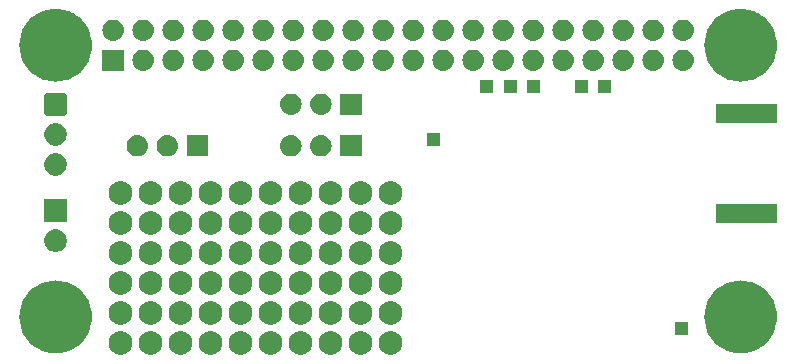
<source format=gbs>
G04 #@! TF.GenerationSoftware,KiCad,Pcbnew,5.0.2-1.fc29*
G04 #@! TF.CreationDate,2019-01-05T16:26:48+01:00*
G04 #@! TF.ProjectId,rpi0_room_node,72706930-5f72-46f6-9f6d-5f6e6f64652e,rev?*
G04 #@! TF.SameCoordinates,Original*
G04 #@! TF.FileFunction,Soldermask,Bot*
G04 #@! TF.FilePolarity,Negative*
%FSLAX46Y46*%
G04 Gerber Fmt 4.6, Leading zero omitted, Abs format (unit mm)*
G04 Created by KiCad (PCBNEW 5.0.2-1.fc29) date lör  5 jan 2019 16:26:48*
%MOMM*%
%LPD*%
G01*
G04 APERTURE LIST*
%ADD10C,1.200000*%
%ADD11C,0.100000*%
G04 APERTURE END LIST*
D10*
G04 #@! TO.C,H1*
X102500000Y-100000000D02*
G75*
G03X102500000Y-100000000I-2500000J0D01*
G01*
G04 #@! TO.C,H2*
X160500000Y-100000000D02*
G75*
G03X160500000Y-100000000I-2500000J0D01*
G01*
G04 #@! TO.C,H3*
X102500000Y-123000000D02*
G75*
G03X102500000Y-123000000I-2500000J0D01*
G01*
G04 #@! TO.C,H4*
X160500000Y-123000000D02*
G75*
G03X160500000Y-123000000I-2500000J0D01*
G01*
D11*
G36*
X128651981Y-124237468D02*
X128743066Y-124275197D01*
X128834152Y-124312926D01*
X128998101Y-124422473D01*
X129137527Y-124561899D01*
X129247074Y-124725848D01*
X129322532Y-124908020D01*
X129361000Y-125101410D01*
X129361000Y-125298590D01*
X129322532Y-125491980D01*
X129247074Y-125674152D01*
X129137527Y-125838101D01*
X128998101Y-125977527D01*
X128834152Y-126087074D01*
X128743066Y-126124803D01*
X128651981Y-126162532D01*
X128458590Y-126201000D01*
X128261410Y-126201000D01*
X128068019Y-126162532D01*
X127976934Y-126124803D01*
X127885848Y-126087074D01*
X127721899Y-125977527D01*
X127582473Y-125838101D01*
X127472926Y-125674152D01*
X127397468Y-125491980D01*
X127359000Y-125298590D01*
X127359000Y-125101410D01*
X127397468Y-124908020D01*
X127472926Y-124725848D01*
X127582473Y-124561899D01*
X127721899Y-124422473D01*
X127885848Y-124312926D01*
X127976934Y-124275197D01*
X128068019Y-124237468D01*
X128261410Y-124199000D01*
X128458590Y-124199000D01*
X128651981Y-124237468D01*
X128651981Y-124237468D01*
G37*
G36*
X126111981Y-124237468D02*
X126203066Y-124275197D01*
X126294152Y-124312926D01*
X126458101Y-124422473D01*
X126597527Y-124561899D01*
X126707074Y-124725848D01*
X126782532Y-124908020D01*
X126821000Y-125101410D01*
X126821000Y-125298590D01*
X126782532Y-125491980D01*
X126707074Y-125674152D01*
X126597527Y-125838101D01*
X126458101Y-125977527D01*
X126294152Y-126087074D01*
X126203066Y-126124803D01*
X126111981Y-126162532D01*
X125918590Y-126201000D01*
X125721410Y-126201000D01*
X125528019Y-126162532D01*
X125436934Y-126124803D01*
X125345848Y-126087074D01*
X125181899Y-125977527D01*
X125042473Y-125838101D01*
X124932926Y-125674152D01*
X124857468Y-125491980D01*
X124819000Y-125298590D01*
X124819000Y-125101410D01*
X124857468Y-124908020D01*
X124932926Y-124725848D01*
X125042473Y-124561899D01*
X125181899Y-124422473D01*
X125345848Y-124312926D01*
X125436934Y-124275197D01*
X125528019Y-124237468D01*
X125721410Y-124199000D01*
X125918590Y-124199000D01*
X126111981Y-124237468D01*
X126111981Y-124237468D01*
G37*
G36*
X105791981Y-124237468D02*
X105883066Y-124275197D01*
X105974152Y-124312926D01*
X106138101Y-124422473D01*
X106277527Y-124561899D01*
X106387074Y-124725848D01*
X106462532Y-124908020D01*
X106501000Y-125101410D01*
X106501000Y-125298590D01*
X106462532Y-125491980D01*
X106387074Y-125674152D01*
X106277527Y-125838101D01*
X106138101Y-125977527D01*
X105974152Y-126087074D01*
X105883066Y-126124803D01*
X105791981Y-126162532D01*
X105598590Y-126201000D01*
X105401410Y-126201000D01*
X105208019Y-126162532D01*
X105116934Y-126124803D01*
X105025848Y-126087074D01*
X104861899Y-125977527D01*
X104722473Y-125838101D01*
X104612926Y-125674152D01*
X104537468Y-125491980D01*
X104499000Y-125298590D01*
X104499000Y-125101410D01*
X104537468Y-124908020D01*
X104612926Y-124725848D01*
X104722473Y-124561899D01*
X104861899Y-124422473D01*
X105025848Y-124312926D01*
X105116934Y-124275197D01*
X105208019Y-124237468D01*
X105401410Y-124199000D01*
X105598590Y-124199000D01*
X105791981Y-124237468D01*
X105791981Y-124237468D01*
G37*
G36*
X108331981Y-124237468D02*
X108423066Y-124275197D01*
X108514152Y-124312926D01*
X108678101Y-124422473D01*
X108817527Y-124561899D01*
X108927074Y-124725848D01*
X109002532Y-124908020D01*
X109041000Y-125101410D01*
X109041000Y-125298590D01*
X109002532Y-125491980D01*
X108927074Y-125674152D01*
X108817527Y-125838101D01*
X108678101Y-125977527D01*
X108514152Y-126087074D01*
X108423066Y-126124803D01*
X108331981Y-126162532D01*
X108138590Y-126201000D01*
X107941410Y-126201000D01*
X107748019Y-126162532D01*
X107656934Y-126124803D01*
X107565848Y-126087074D01*
X107401899Y-125977527D01*
X107262473Y-125838101D01*
X107152926Y-125674152D01*
X107077468Y-125491980D01*
X107039000Y-125298590D01*
X107039000Y-125101410D01*
X107077468Y-124908020D01*
X107152926Y-124725848D01*
X107262473Y-124561899D01*
X107401899Y-124422473D01*
X107565848Y-124312926D01*
X107656934Y-124275197D01*
X107748019Y-124237468D01*
X107941410Y-124199000D01*
X108138590Y-124199000D01*
X108331981Y-124237468D01*
X108331981Y-124237468D01*
G37*
G36*
X110871981Y-124237468D02*
X110963066Y-124275197D01*
X111054152Y-124312926D01*
X111218101Y-124422473D01*
X111357527Y-124561899D01*
X111467074Y-124725848D01*
X111542532Y-124908020D01*
X111581000Y-125101410D01*
X111581000Y-125298590D01*
X111542532Y-125491980D01*
X111467074Y-125674152D01*
X111357527Y-125838101D01*
X111218101Y-125977527D01*
X111054152Y-126087074D01*
X110963066Y-126124803D01*
X110871981Y-126162532D01*
X110678590Y-126201000D01*
X110481410Y-126201000D01*
X110288019Y-126162532D01*
X110196934Y-126124803D01*
X110105848Y-126087074D01*
X109941899Y-125977527D01*
X109802473Y-125838101D01*
X109692926Y-125674152D01*
X109617468Y-125491980D01*
X109579000Y-125298590D01*
X109579000Y-125101410D01*
X109617468Y-124908020D01*
X109692926Y-124725848D01*
X109802473Y-124561899D01*
X109941899Y-124422473D01*
X110105848Y-124312926D01*
X110196934Y-124275197D01*
X110288019Y-124237468D01*
X110481410Y-124199000D01*
X110678590Y-124199000D01*
X110871981Y-124237468D01*
X110871981Y-124237468D01*
G37*
G36*
X113411981Y-124237468D02*
X113503066Y-124275197D01*
X113594152Y-124312926D01*
X113758101Y-124422473D01*
X113897527Y-124561899D01*
X114007074Y-124725848D01*
X114082532Y-124908020D01*
X114121000Y-125101410D01*
X114121000Y-125298590D01*
X114082532Y-125491980D01*
X114007074Y-125674152D01*
X113897527Y-125838101D01*
X113758101Y-125977527D01*
X113594152Y-126087074D01*
X113503066Y-126124803D01*
X113411981Y-126162532D01*
X113218590Y-126201000D01*
X113021410Y-126201000D01*
X112828019Y-126162532D01*
X112736934Y-126124803D01*
X112645848Y-126087074D01*
X112481899Y-125977527D01*
X112342473Y-125838101D01*
X112232926Y-125674152D01*
X112157468Y-125491980D01*
X112119000Y-125298590D01*
X112119000Y-125101410D01*
X112157468Y-124908020D01*
X112232926Y-124725848D01*
X112342473Y-124561899D01*
X112481899Y-124422473D01*
X112645848Y-124312926D01*
X112736934Y-124275197D01*
X112828019Y-124237468D01*
X113021410Y-124199000D01*
X113218590Y-124199000D01*
X113411981Y-124237468D01*
X113411981Y-124237468D01*
G37*
G36*
X115951981Y-124237468D02*
X116043066Y-124275197D01*
X116134152Y-124312926D01*
X116298101Y-124422473D01*
X116437527Y-124561899D01*
X116547074Y-124725848D01*
X116622532Y-124908020D01*
X116661000Y-125101410D01*
X116661000Y-125298590D01*
X116622532Y-125491980D01*
X116547074Y-125674152D01*
X116437527Y-125838101D01*
X116298101Y-125977527D01*
X116134152Y-126087074D01*
X116043066Y-126124803D01*
X115951981Y-126162532D01*
X115758590Y-126201000D01*
X115561410Y-126201000D01*
X115368019Y-126162532D01*
X115276934Y-126124803D01*
X115185848Y-126087074D01*
X115021899Y-125977527D01*
X114882473Y-125838101D01*
X114772926Y-125674152D01*
X114697468Y-125491980D01*
X114659000Y-125298590D01*
X114659000Y-125101410D01*
X114697468Y-124908020D01*
X114772926Y-124725848D01*
X114882473Y-124561899D01*
X115021899Y-124422473D01*
X115185848Y-124312926D01*
X115276934Y-124275197D01*
X115368019Y-124237468D01*
X115561410Y-124199000D01*
X115758590Y-124199000D01*
X115951981Y-124237468D01*
X115951981Y-124237468D01*
G37*
G36*
X118491981Y-124237468D02*
X118583066Y-124275197D01*
X118674152Y-124312926D01*
X118838101Y-124422473D01*
X118977527Y-124561899D01*
X119087074Y-124725848D01*
X119162532Y-124908020D01*
X119201000Y-125101410D01*
X119201000Y-125298590D01*
X119162532Y-125491980D01*
X119087074Y-125674152D01*
X118977527Y-125838101D01*
X118838101Y-125977527D01*
X118674152Y-126087074D01*
X118583066Y-126124803D01*
X118491981Y-126162532D01*
X118298590Y-126201000D01*
X118101410Y-126201000D01*
X117908019Y-126162532D01*
X117816934Y-126124803D01*
X117725848Y-126087074D01*
X117561899Y-125977527D01*
X117422473Y-125838101D01*
X117312926Y-125674152D01*
X117237468Y-125491980D01*
X117199000Y-125298590D01*
X117199000Y-125101410D01*
X117237468Y-124908020D01*
X117312926Y-124725848D01*
X117422473Y-124561899D01*
X117561899Y-124422473D01*
X117725848Y-124312926D01*
X117816934Y-124275197D01*
X117908019Y-124237468D01*
X118101410Y-124199000D01*
X118298590Y-124199000D01*
X118491981Y-124237468D01*
X118491981Y-124237468D01*
G37*
G36*
X121031981Y-124237468D02*
X121123066Y-124275197D01*
X121214152Y-124312926D01*
X121378101Y-124422473D01*
X121517527Y-124561899D01*
X121627074Y-124725848D01*
X121702532Y-124908020D01*
X121741000Y-125101410D01*
X121741000Y-125298590D01*
X121702532Y-125491980D01*
X121627074Y-125674152D01*
X121517527Y-125838101D01*
X121378101Y-125977527D01*
X121214152Y-126087074D01*
X121123066Y-126124803D01*
X121031981Y-126162532D01*
X120838590Y-126201000D01*
X120641410Y-126201000D01*
X120448019Y-126162532D01*
X120356934Y-126124803D01*
X120265848Y-126087074D01*
X120101899Y-125977527D01*
X119962473Y-125838101D01*
X119852926Y-125674152D01*
X119777468Y-125491980D01*
X119739000Y-125298590D01*
X119739000Y-125101410D01*
X119777468Y-124908020D01*
X119852926Y-124725848D01*
X119962473Y-124561899D01*
X120101899Y-124422473D01*
X120265848Y-124312926D01*
X120356934Y-124275197D01*
X120448019Y-124237468D01*
X120641410Y-124199000D01*
X120838590Y-124199000D01*
X121031981Y-124237468D01*
X121031981Y-124237468D01*
G37*
G36*
X123571981Y-124237468D02*
X123663066Y-124275197D01*
X123754152Y-124312926D01*
X123918101Y-124422473D01*
X124057527Y-124561899D01*
X124167074Y-124725848D01*
X124242532Y-124908020D01*
X124281000Y-125101410D01*
X124281000Y-125298590D01*
X124242532Y-125491980D01*
X124167074Y-125674152D01*
X124057527Y-125838101D01*
X123918101Y-125977527D01*
X123754152Y-126087074D01*
X123663066Y-126124803D01*
X123571981Y-126162532D01*
X123378590Y-126201000D01*
X123181410Y-126201000D01*
X122988019Y-126162532D01*
X122896934Y-126124803D01*
X122805848Y-126087074D01*
X122641899Y-125977527D01*
X122502473Y-125838101D01*
X122392926Y-125674152D01*
X122317468Y-125491980D01*
X122279000Y-125298590D01*
X122279000Y-125101410D01*
X122317468Y-124908020D01*
X122392926Y-124725848D01*
X122502473Y-124561899D01*
X122641899Y-124422473D01*
X122805848Y-124312926D01*
X122896934Y-124275197D01*
X122988019Y-124237468D01*
X123181410Y-124199000D01*
X123378590Y-124199000D01*
X123571981Y-124237468D01*
X123571981Y-124237468D01*
G37*
G36*
X100889943Y-120066248D02*
X101215199Y-120200974D01*
X101445190Y-120296239D01*
X101618410Y-120411981D01*
X101944901Y-120630135D01*
X102369865Y-121055099D01*
X102481666Y-121222422D01*
X102703761Y-121554810D01*
X102703761Y-121554811D01*
X102933752Y-122110057D01*
X103051000Y-122699502D01*
X103051000Y-123300498D01*
X102933752Y-123889943D01*
X102805736Y-124199000D01*
X102703761Y-124445190D01*
X102481666Y-124777578D01*
X102369865Y-124944901D01*
X101944901Y-125369865D01*
X101777578Y-125481666D01*
X101445190Y-125703761D01*
X101215199Y-125799026D01*
X100889943Y-125933752D01*
X100300498Y-126051000D01*
X99699502Y-126051000D01*
X99110057Y-125933752D01*
X98784801Y-125799026D01*
X98554810Y-125703761D01*
X98222422Y-125481666D01*
X98055099Y-125369865D01*
X97630135Y-124944901D01*
X97518334Y-124777578D01*
X97296239Y-124445190D01*
X97194264Y-124199000D01*
X97066248Y-123889943D01*
X96949000Y-123300498D01*
X96949000Y-122699502D01*
X97066248Y-122110057D01*
X97296239Y-121554811D01*
X97296239Y-121554810D01*
X97518334Y-121222422D01*
X97630135Y-121055099D01*
X98055099Y-120630135D01*
X98381590Y-120411981D01*
X98554810Y-120296239D01*
X98784801Y-120200974D01*
X99110057Y-120066248D01*
X99699502Y-119949000D01*
X100300498Y-119949000D01*
X100889943Y-120066248D01*
X100889943Y-120066248D01*
G37*
G36*
X158889943Y-120066248D02*
X159215199Y-120200974D01*
X159445190Y-120296239D01*
X159618410Y-120411981D01*
X159944901Y-120630135D01*
X160369865Y-121055099D01*
X160481666Y-121222422D01*
X160703761Y-121554810D01*
X160703761Y-121554811D01*
X160933752Y-122110057D01*
X161051000Y-122699502D01*
X161051000Y-123300498D01*
X160933752Y-123889943D01*
X160805736Y-124199000D01*
X160703761Y-124445190D01*
X160481666Y-124777578D01*
X160369865Y-124944901D01*
X159944901Y-125369865D01*
X159777578Y-125481666D01*
X159445190Y-125703761D01*
X159215199Y-125799026D01*
X158889943Y-125933752D01*
X158300498Y-126051000D01*
X157699502Y-126051000D01*
X157110057Y-125933752D01*
X156784801Y-125799026D01*
X156554810Y-125703761D01*
X156222422Y-125481666D01*
X156055099Y-125369865D01*
X155630135Y-124944901D01*
X155518334Y-124777578D01*
X155296239Y-124445190D01*
X155194264Y-124199000D01*
X155066248Y-123889943D01*
X154949000Y-123300498D01*
X154949000Y-122699502D01*
X155066248Y-122110057D01*
X155296239Y-121554811D01*
X155296239Y-121554810D01*
X155518334Y-121222422D01*
X155630135Y-121055099D01*
X156055099Y-120630135D01*
X156381590Y-120411981D01*
X156554810Y-120296239D01*
X156784801Y-120200974D01*
X157110057Y-120066248D01*
X157699502Y-119949000D01*
X158300498Y-119949000D01*
X158889943Y-120066248D01*
X158889943Y-120066248D01*
G37*
G36*
X153551000Y-124551000D02*
X152449000Y-124551000D01*
X152449000Y-123449000D01*
X153551000Y-123449000D01*
X153551000Y-124551000D01*
X153551000Y-124551000D01*
G37*
G36*
X126111981Y-121697468D02*
X126203066Y-121735197D01*
X126294152Y-121772926D01*
X126458101Y-121882473D01*
X126597527Y-122021899D01*
X126707074Y-122185848D01*
X126782532Y-122368020D01*
X126821000Y-122561410D01*
X126821000Y-122758590D01*
X126782532Y-122951980D01*
X126707074Y-123134152D01*
X126597527Y-123298101D01*
X126458101Y-123437527D01*
X126294152Y-123547074D01*
X126203066Y-123584803D01*
X126111981Y-123622532D01*
X125918590Y-123661000D01*
X125721410Y-123661000D01*
X125528019Y-123622532D01*
X125436934Y-123584803D01*
X125345848Y-123547074D01*
X125181899Y-123437527D01*
X125042473Y-123298101D01*
X124932926Y-123134152D01*
X124857468Y-122951980D01*
X124819000Y-122758590D01*
X124819000Y-122561410D01*
X124857468Y-122368020D01*
X124932926Y-122185848D01*
X125042473Y-122021899D01*
X125181899Y-121882473D01*
X125345848Y-121772926D01*
X125436934Y-121735197D01*
X125528019Y-121697468D01*
X125721410Y-121659000D01*
X125918590Y-121659000D01*
X126111981Y-121697468D01*
X126111981Y-121697468D01*
G37*
G36*
X105791981Y-121697468D02*
X105883066Y-121735197D01*
X105974152Y-121772926D01*
X106138101Y-121882473D01*
X106277527Y-122021899D01*
X106387074Y-122185848D01*
X106462532Y-122368020D01*
X106501000Y-122561410D01*
X106501000Y-122758590D01*
X106462532Y-122951980D01*
X106387074Y-123134152D01*
X106277527Y-123298101D01*
X106138101Y-123437527D01*
X105974152Y-123547074D01*
X105883066Y-123584803D01*
X105791981Y-123622532D01*
X105598590Y-123661000D01*
X105401410Y-123661000D01*
X105208019Y-123622532D01*
X105116934Y-123584803D01*
X105025848Y-123547074D01*
X104861899Y-123437527D01*
X104722473Y-123298101D01*
X104612926Y-123134152D01*
X104537468Y-122951980D01*
X104499000Y-122758590D01*
X104499000Y-122561410D01*
X104537468Y-122368020D01*
X104612926Y-122185848D01*
X104722473Y-122021899D01*
X104861899Y-121882473D01*
X105025848Y-121772926D01*
X105116934Y-121735197D01*
X105208019Y-121697468D01*
X105401410Y-121659000D01*
X105598590Y-121659000D01*
X105791981Y-121697468D01*
X105791981Y-121697468D01*
G37*
G36*
X108331981Y-121697468D02*
X108423066Y-121735197D01*
X108514152Y-121772926D01*
X108678101Y-121882473D01*
X108817527Y-122021899D01*
X108927074Y-122185848D01*
X109002532Y-122368020D01*
X109041000Y-122561410D01*
X109041000Y-122758590D01*
X109002532Y-122951980D01*
X108927074Y-123134152D01*
X108817527Y-123298101D01*
X108678101Y-123437527D01*
X108514152Y-123547074D01*
X108423066Y-123584803D01*
X108331981Y-123622532D01*
X108138590Y-123661000D01*
X107941410Y-123661000D01*
X107748019Y-123622532D01*
X107656934Y-123584803D01*
X107565848Y-123547074D01*
X107401899Y-123437527D01*
X107262473Y-123298101D01*
X107152926Y-123134152D01*
X107077468Y-122951980D01*
X107039000Y-122758590D01*
X107039000Y-122561410D01*
X107077468Y-122368020D01*
X107152926Y-122185848D01*
X107262473Y-122021899D01*
X107401899Y-121882473D01*
X107565848Y-121772926D01*
X107656934Y-121735197D01*
X107748019Y-121697468D01*
X107941410Y-121659000D01*
X108138590Y-121659000D01*
X108331981Y-121697468D01*
X108331981Y-121697468D01*
G37*
G36*
X110871981Y-121697468D02*
X110963066Y-121735197D01*
X111054152Y-121772926D01*
X111218101Y-121882473D01*
X111357527Y-122021899D01*
X111467074Y-122185848D01*
X111542532Y-122368020D01*
X111581000Y-122561410D01*
X111581000Y-122758590D01*
X111542532Y-122951980D01*
X111467074Y-123134152D01*
X111357527Y-123298101D01*
X111218101Y-123437527D01*
X111054152Y-123547074D01*
X110963066Y-123584803D01*
X110871981Y-123622532D01*
X110678590Y-123661000D01*
X110481410Y-123661000D01*
X110288019Y-123622532D01*
X110196934Y-123584803D01*
X110105848Y-123547074D01*
X109941899Y-123437527D01*
X109802473Y-123298101D01*
X109692926Y-123134152D01*
X109617468Y-122951980D01*
X109579000Y-122758590D01*
X109579000Y-122561410D01*
X109617468Y-122368020D01*
X109692926Y-122185848D01*
X109802473Y-122021899D01*
X109941899Y-121882473D01*
X110105848Y-121772926D01*
X110196934Y-121735197D01*
X110288019Y-121697468D01*
X110481410Y-121659000D01*
X110678590Y-121659000D01*
X110871981Y-121697468D01*
X110871981Y-121697468D01*
G37*
G36*
X115951981Y-121697468D02*
X116043066Y-121735197D01*
X116134152Y-121772926D01*
X116298101Y-121882473D01*
X116437527Y-122021899D01*
X116547074Y-122185848D01*
X116622532Y-122368020D01*
X116661000Y-122561410D01*
X116661000Y-122758590D01*
X116622532Y-122951980D01*
X116547074Y-123134152D01*
X116437527Y-123298101D01*
X116298101Y-123437527D01*
X116134152Y-123547074D01*
X116043066Y-123584803D01*
X115951981Y-123622532D01*
X115758590Y-123661000D01*
X115561410Y-123661000D01*
X115368019Y-123622532D01*
X115276934Y-123584803D01*
X115185848Y-123547074D01*
X115021899Y-123437527D01*
X114882473Y-123298101D01*
X114772926Y-123134152D01*
X114697468Y-122951980D01*
X114659000Y-122758590D01*
X114659000Y-122561410D01*
X114697468Y-122368020D01*
X114772926Y-122185848D01*
X114882473Y-122021899D01*
X115021899Y-121882473D01*
X115185848Y-121772926D01*
X115276934Y-121735197D01*
X115368019Y-121697468D01*
X115561410Y-121659000D01*
X115758590Y-121659000D01*
X115951981Y-121697468D01*
X115951981Y-121697468D01*
G37*
G36*
X128651981Y-121697468D02*
X128743066Y-121735197D01*
X128834152Y-121772926D01*
X128998101Y-121882473D01*
X129137527Y-122021899D01*
X129247074Y-122185848D01*
X129322532Y-122368020D01*
X129361000Y-122561410D01*
X129361000Y-122758590D01*
X129322532Y-122951980D01*
X129247074Y-123134152D01*
X129137527Y-123298101D01*
X128998101Y-123437527D01*
X128834152Y-123547074D01*
X128743066Y-123584803D01*
X128651981Y-123622532D01*
X128458590Y-123661000D01*
X128261410Y-123661000D01*
X128068019Y-123622532D01*
X127976934Y-123584803D01*
X127885848Y-123547074D01*
X127721899Y-123437527D01*
X127582473Y-123298101D01*
X127472926Y-123134152D01*
X127397468Y-122951980D01*
X127359000Y-122758590D01*
X127359000Y-122561410D01*
X127397468Y-122368020D01*
X127472926Y-122185848D01*
X127582473Y-122021899D01*
X127721899Y-121882473D01*
X127885848Y-121772926D01*
X127976934Y-121735197D01*
X128068019Y-121697468D01*
X128261410Y-121659000D01*
X128458590Y-121659000D01*
X128651981Y-121697468D01*
X128651981Y-121697468D01*
G37*
G36*
X113411981Y-121697468D02*
X113503066Y-121735197D01*
X113594152Y-121772926D01*
X113758101Y-121882473D01*
X113897527Y-122021899D01*
X114007074Y-122185848D01*
X114082532Y-122368020D01*
X114121000Y-122561410D01*
X114121000Y-122758590D01*
X114082532Y-122951980D01*
X114007074Y-123134152D01*
X113897527Y-123298101D01*
X113758101Y-123437527D01*
X113594152Y-123547074D01*
X113503066Y-123584803D01*
X113411981Y-123622532D01*
X113218590Y-123661000D01*
X113021410Y-123661000D01*
X112828019Y-123622532D01*
X112736934Y-123584803D01*
X112645848Y-123547074D01*
X112481899Y-123437527D01*
X112342473Y-123298101D01*
X112232926Y-123134152D01*
X112157468Y-122951980D01*
X112119000Y-122758590D01*
X112119000Y-122561410D01*
X112157468Y-122368020D01*
X112232926Y-122185848D01*
X112342473Y-122021899D01*
X112481899Y-121882473D01*
X112645848Y-121772926D01*
X112736934Y-121735197D01*
X112828019Y-121697468D01*
X113021410Y-121659000D01*
X113218590Y-121659000D01*
X113411981Y-121697468D01*
X113411981Y-121697468D01*
G37*
G36*
X118491981Y-121697468D02*
X118583066Y-121735197D01*
X118674152Y-121772926D01*
X118838101Y-121882473D01*
X118977527Y-122021899D01*
X119087074Y-122185848D01*
X119162532Y-122368020D01*
X119201000Y-122561410D01*
X119201000Y-122758590D01*
X119162532Y-122951980D01*
X119087074Y-123134152D01*
X118977527Y-123298101D01*
X118838101Y-123437527D01*
X118674152Y-123547074D01*
X118583066Y-123584803D01*
X118491981Y-123622532D01*
X118298590Y-123661000D01*
X118101410Y-123661000D01*
X117908019Y-123622532D01*
X117816934Y-123584803D01*
X117725848Y-123547074D01*
X117561899Y-123437527D01*
X117422473Y-123298101D01*
X117312926Y-123134152D01*
X117237468Y-122951980D01*
X117199000Y-122758590D01*
X117199000Y-122561410D01*
X117237468Y-122368020D01*
X117312926Y-122185848D01*
X117422473Y-122021899D01*
X117561899Y-121882473D01*
X117725848Y-121772926D01*
X117816934Y-121735197D01*
X117908019Y-121697468D01*
X118101410Y-121659000D01*
X118298590Y-121659000D01*
X118491981Y-121697468D01*
X118491981Y-121697468D01*
G37*
G36*
X123571981Y-121697468D02*
X123663066Y-121735197D01*
X123754152Y-121772926D01*
X123918101Y-121882473D01*
X124057527Y-122021899D01*
X124167074Y-122185848D01*
X124242532Y-122368020D01*
X124281000Y-122561410D01*
X124281000Y-122758590D01*
X124242532Y-122951980D01*
X124167074Y-123134152D01*
X124057527Y-123298101D01*
X123918101Y-123437527D01*
X123754152Y-123547074D01*
X123663066Y-123584803D01*
X123571981Y-123622532D01*
X123378590Y-123661000D01*
X123181410Y-123661000D01*
X122988019Y-123622532D01*
X122896934Y-123584803D01*
X122805848Y-123547074D01*
X122641899Y-123437527D01*
X122502473Y-123298101D01*
X122392926Y-123134152D01*
X122317468Y-122951980D01*
X122279000Y-122758590D01*
X122279000Y-122561410D01*
X122317468Y-122368020D01*
X122392926Y-122185848D01*
X122502473Y-122021899D01*
X122641899Y-121882473D01*
X122805848Y-121772926D01*
X122896934Y-121735197D01*
X122988019Y-121697468D01*
X123181410Y-121659000D01*
X123378590Y-121659000D01*
X123571981Y-121697468D01*
X123571981Y-121697468D01*
G37*
G36*
X121031981Y-121697468D02*
X121123066Y-121735197D01*
X121214152Y-121772926D01*
X121378101Y-121882473D01*
X121517527Y-122021899D01*
X121627074Y-122185848D01*
X121702532Y-122368020D01*
X121741000Y-122561410D01*
X121741000Y-122758590D01*
X121702532Y-122951980D01*
X121627074Y-123134152D01*
X121517527Y-123298101D01*
X121378101Y-123437527D01*
X121214152Y-123547074D01*
X121123066Y-123584803D01*
X121031981Y-123622532D01*
X120838590Y-123661000D01*
X120641410Y-123661000D01*
X120448019Y-123622532D01*
X120356934Y-123584803D01*
X120265848Y-123547074D01*
X120101899Y-123437527D01*
X119962473Y-123298101D01*
X119852926Y-123134152D01*
X119777468Y-122951980D01*
X119739000Y-122758590D01*
X119739000Y-122561410D01*
X119777468Y-122368020D01*
X119852926Y-122185848D01*
X119962473Y-122021899D01*
X120101899Y-121882473D01*
X120265848Y-121772926D01*
X120356934Y-121735197D01*
X120448019Y-121697468D01*
X120641410Y-121659000D01*
X120838590Y-121659000D01*
X121031981Y-121697468D01*
X121031981Y-121697468D01*
G37*
G36*
X123571981Y-119157468D02*
X123663066Y-119195197D01*
X123754152Y-119232926D01*
X123918101Y-119342473D01*
X124057527Y-119481899D01*
X124167074Y-119645848D01*
X124242532Y-119828020D01*
X124281000Y-120021410D01*
X124281000Y-120218590D01*
X124242532Y-120411980D01*
X124167074Y-120594152D01*
X124057527Y-120758101D01*
X123918101Y-120897527D01*
X123754152Y-121007074D01*
X123663066Y-121044803D01*
X123571981Y-121082532D01*
X123378590Y-121121000D01*
X123181410Y-121121000D01*
X122988019Y-121082532D01*
X122896934Y-121044803D01*
X122805848Y-121007074D01*
X122641899Y-120897527D01*
X122502473Y-120758101D01*
X122392926Y-120594152D01*
X122317468Y-120411980D01*
X122279000Y-120218590D01*
X122279000Y-120021410D01*
X122317468Y-119828020D01*
X122392926Y-119645848D01*
X122502473Y-119481899D01*
X122641899Y-119342473D01*
X122805848Y-119232926D01*
X122896934Y-119195197D01*
X122988019Y-119157468D01*
X123181410Y-119119000D01*
X123378590Y-119119000D01*
X123571981Y-119157468D01*
X123571981Y-119157468D01*
G37*
G36*
X128651981Y-119157468D02*
X128743066Y-119195197D01*
X128834152Y-119232926D01*
X128998101Y-119342473D01*
X129137527Y-119481899D01*
X129247074Y-119645848D01*
X129322532Y-119828020D01*
X129361000Y-120021410D01*
X129361000Y-120218590D01*
X129322532Y-120411980D01*
X129247074Y-120594152D01*
X129137527Y-120758101D01*
X128998101Y-120897527D01*
X128834152Y-121007074D01*
X128743066Y-121044803D01*
X128651981Y-121082532D01*
X128458590Y-121121000D01*
X128261410Y-121121000D01*
X128068019Y-121082532D01*
X127976934Y-121044803D01*
X127885848Y-121007074D01*
X127721899Y-120897527D01*
X127582473Y-120758101D01*
X127472926Y-120594152D01*
X127397468Y-120411980D01*
X127359000Y-120218590D01*
X127359000Y-120021410D01*
X127397468Y-119828020D01*
X127472926Y-119645848D01*
X127582473Y-119481899D01*
X127721899Y-119342473D01*
X127885848Y-119232926D01*
X127976934Y-119195197D01*
X128068019Y-119157468D01*
X128261410Y-119119000D01*
X128458590Y-119119000D01*
X128651981Y-119157468D01*
X128651981Y-119157468D01*
G37*
G36*
X126111981Y-119157468D02*
X126203066Y-119195197D01*
X126294152Y-119232926D01*
X126458101Y-119342473D01*
X126597527Y-119481899D01*
X126707074Y-119645848D01*
X126782532Y-119828020D01*
X126821000Y-120021410D01*
X126821000Y-120218590D01*
X126782532Y-120411980D01*
X126707074Y-120594152D01*
X126597527Y-120758101D01*
X126458101Y-120897527D01*
X126294152Y-121007074D01*
X126203066Y-121044803D01*
X126111981Y-121082532D01*
X125918590Y-121121000D01*
X125721410Y-121121000D01*
X125528019Y-121082532D01*
X125436934Y-121044803D01*
X125345848Y-121007074D01*
X125181899Y-120897527D01*
X125042473Y-120758101D01*
X124932926Y-120594152D01*
X124857468Y-120411980D01*
X124819000Y-120218590D01*
X124819000Y-120021410D01*
X124857468Y-119828020D01*
X124932926Y-119645848D01*
X125042473Y-119481899D01*
X125181899Y-119342473D01*
X125345848Y-119232926D01*
X125436934Y-119195197D01*
X125528019Y-119157468D01*
X125721410Y-119119000D01*
X125918590Y-119119000D01*
X126111981Y-119157468D01*
X126111981Y-119157468D01*
G37*
G36*
X121031981Y-119157468D02*
X121123066Y-119195197D01*
X121214152Y-119232926D01*
X121378101Y-119342473D01*
X121517527Y-119481899D01*
X121627074Y-119645848D01*
X121702532Y-119828020D01*
X121741000Y-120021410D01*
X121741000Y-120218590D01*
X121702532Y-120411980D01*
X121627074Y-120594152D01*
X121517527Y-120758101D01*
X121378101Y-120897527D01*
X121214152Y-121007074D01*
X121123066Y-121044803D01*
X121031981Y-121082532D01*
X120838590Y-121121000D01*
X120641410Y-121121000D01*
X120448019Y-121082532D01*
X120356934Y-121044803D01*
X120265848Y-121007074D01*
X120101899Y-120897527D01*
X119962473Y-120758101D01*
X119852926Y-120594152D01*
X119777468Y-120411980D01*
X119739000Y-120218590D01*
X119739000Y-120021410D01*
X119777468Y-119828020D01*
X119852926Y-119645848D01*
X119962473Y-119481899D01*
X120101899Y-119342473D01*
X120265848Y-119232926D01*
X120356934Y-119195197D01*
X120448019Y-119157468D01*
X120641410Y-119119000D01*
X120838590Y-119119000D01*
X121031981Y-119157468D01*
X121031981Y-119157468D01*
G37*
G36*
X113411981Y-119157468D02*
X113503066Y-119195197D01*
X113594152Y-119232926D01*
X113758101Y-119342473D01*
X113897527Y-119481899D01*
X114007074Y-119645848D01*
X114082532Y-119828020D01*
X114121000Y-120021410D01*
X114121000Y-120218590D01*
X114082532Y-120411980D01*
X114007074Y-120594152D01*
X113897527Y-120758101D01*
X113758101Y-120897527D01*
X113594152Y-121007074D01*
X113503066Y-121044803D01*
X113411981Y-121082532D01*
X113218590Y-121121000D01*
X113021410Y-121121000D01*
X112828019Y-121082532D01*
X112736934Y-121044803D01*
X112645848Y-121007074D01*
X112481899Y-120897527D01*
X112342473Y-120758101D01*
X112232926Y-120594152D01*
X112157468Y-120411980D01*
X112119000Y-120218590D01*
X112119000Y-120021410D01*
X112157468Y-119828020D01*
X112232926Y-119645848D01*
X112342473Y-119481899D01*
X112481899Y-119342473D01*
X112645848Y-119232926D01*
X112736934Y-119195197D01*
X112828019Y-119157468D01*
X113021410Y-119119000D01*
X113218590Y-119119000D01*
X113411981Y-119157468D01*
X113411981Y-119157468D01*
G37*
G36*
X118491981Y-119157468D02*
X118583066Y-119195197D01*
X118674152Y-119232926D01*
X118838101Y-119342473D01*
X118977527Y-119481899D01*
X119087074Y-119645848D01*
X119162532Y-119828020D01*
X119201000Y-120021410D01*
X119201000Y-120218590D01*
X119162532Y-120411980D01*
X119087074Y-120594152D01*
X118977527Y-120758101D01*
X118838101Y-120897527D01*
X118674152Y-121007074D01*
X118583066Y-121044803D01*
X118491981Y-121082532D01*
X118298590Y-121121000D01*
X118101410Y-121121000D01*
X117908019Y-121082532D01*
X117816934Y-121044803D01*
X117725848Y-121007074D01*
X117561899Y-120897527D01*
X117422473Y-120758101D01*
X117312926Y-120594152D01*
X117237468Y-120411980D01*
X117199000Y-120218590D01*
X117199000Y-120021410D01*
X117237468Y-119828020D01*
X117312926Y-119645848D01*
X117422473Y-119481899D01*
X117561899Y-119342473D01*
X117725848Y-119232926D01*
X117816934Y-119195197D01*
X117908019Y-119157468D01*
X118101410Y-119119000D01*
X118298590Y-119119000D01*
X118491981Y-119157468D01*
X118491981Y-119157468D01*
G37*
G36*
X105791981Y-119157468D02*
X105883066Y-119195197D01*
X105974152Y-119232926D01*
X106138101Y-119342473D01*
X106277527Y-119481899D01*
X106387074Y-119645848D01*
X106462532Y-119828020D01*
X106501000Y-120021410D01*
X106501000Y-120218590D01*
X106462532Y-120411980D01*
X106387074Y-120594152D01*
X106277527Y-120758101D01*
X106138101Y-120897527D01*
X105974152Y-121007074D01*
X105883066Y-121044803D01*
X105791981Y-121082532D01*
X105598590Y-121121000D01*
X105401410Y-121121000D01*
X105208019Y-121082532D01*
X105116934Y-121044803D01*
X105025848Y-121007074D01*
X104861899Y-120897527D01*
X104722473Y-120758101D01*
X104612926Y-120594152D01*
X104537468Y-120411980D01*
X104499000Y-120218590D01*
X104499000Y-120021410D01*
X104537468Y-119828020D01*
X104612926Y-119645848D01*
X104722473Y-119481899D01*
X104861899Y-119342473D01*
X105025848Y-119232926D01*
X105116934Y-119195197D01*
X105208019Y-119157468D01*
X105401410Y-119119000D01*
X105598590Y-119119000D01*
X105791981Y-119157468D01*
X105791981Y-119157468D01*
G37*
G36*
X115951981Y-119157468D02*
X116043066Y-119195197D01*
X116134152Y-119232926D01*
X116298101Y-119342473D01*
X116437527Y-119481899D01*
X116547074Y-119645848D01*
X116622532Y-119828020D01*
X116661000Y-120021410D01*
X116661000Y-120218590D01*
X116622532Y-120411980D01*
X116547074Y-120594152D01*
X116437527Y-120758101D01*
X116298101Y-120897527D01*
X116134152Y-121007074D01*
X116043066Y-121044803D01*
X115951981Y-121082532D01*
X115758590Y-121121000D01*
X115561410Y-121121000D01*
X115368019Y-121082532D01*
X115276934Y-121044803D01*
X115185848Y-121007074D01*
X115021899Y-120897527D01*
X114882473Y-120758101D01*
X114772926Y-120594152D01*
X114697468Y-120411980D01*
X114659000Y-120218590D01*
X114659000Y-120021410D01*
X114697468Y-119828020D01*
X114772926Y-119645848D01*
X114882473Y-119481899D01*
X115021899Y-119342473D01*
X115185848Y-119232926D01*
X115276934Y-119195197D01*
X115368019Y-119157468D01*
X115561410Y-119119000D01*
X115758590Y-119119000D01*
X115951981Y-119157468D01*
X115951981Y-119157468D01*
G37*
G36*
X108331981Y-119157468D02*
X108423066Y-119195197D01*
X108514152Y-119232926D01*
X108678101Y-119342473D01*
X108817527Y-119481899D01*
X108927074Y-119645848D01*
X109002532Y-119828020D01*
X109041000Y-120021410D01*
X109041000Y-120218590D01*
X109002532Y-120411980D01*
X108927074Y-120594152D01*
X108817527Y-120758101D01*
X108678101Y-120897527D01*
X108514152Y-121007074D01*
X108423066Y-121044803D01*
X108331981Y-121082532D01*
X108138590Y-121121000D01*
X107941410Y-121121000D01*
X107748019Y-121082532D01*
X107656934Y-121044803D01*
X107565848Y-121007074D01*
X107401899Y-120897527D01*
X107262473Y-120758101D01*
X107152926Y-120594152D01*
X107077468Y-120411980D01*
X107039000Y-120218590D01*
X107039000Y-120021410D01*
X107077468Y-119828020D01*
X107152926Y-119645848D01*
X107262473Y-119481899D01*
X107401899Y-119342473D01*
X107565848Y-119232926D01*
X107656934Y-119195197D01*
X107748019Y-119157468D01*
X107941410Y-119119000D01*
X108138590Y-119119000D01*
X108331981Y-119157468D01*
X108331981Y-119157468D01*
G37*
G36*
X110871981Y-119157468D02*
X110963066Y-119195197D01*
X111054152Y-119232926D01*
X111218101Y-119342473D01*
X111357527Y-119481899D01*
X111467074Y-119645848D01*
X111542532Y-119828020D01*
X111581000Y-120021410D01*
X111581000Y-120218590D01*
X111542532Y-120411980D01*
X111467074Y-120594152D01*
X111357527Y-120758101D01*
X111218101Y-120897527D01*
X111054152Y-121007074D01*
X110963066Y-121044803D01*
X110871981Y-121082532D01*
X110678590Y-121121000D01*
X110481410Y-121121000D01*
X110288019Y-121082532D01*
X110196934Y-121044803D01*
X110105848Y-121007074D01*
X109941899Y-120897527D01*
X109802473Y-120758101D01*
X109692926Y-120594152D01*
X109617468Y-120411980D01*
X109579000Y-120218590D01*
X109579000Y-120021410D01*
X109617468Y-119828020D01*
X109692926Y-119645848D01*
X109802473Y-119481899D01*
X109941899Y-119342473D01*
X110105848Y-119232926D01*
X110196934Y-119195197D01*
X110288019Y-119157468D01*
X110481410Y-119119000D01*
X110678590Y-119119000D01*
X110871981Y-119157468D01*
X110871981Y-119157468D01*
G37*
G36*
X113411981Y-116617468D02*
X113503066Y-116655197D01*
X113594152Y-116692926D01*
X113758101Y-116802473D01*
X113897527Y-116941899D01*
X114007074Y-117105848D01*
X114023800Y-117146229D01*
X114078668Y-117278690D01*
X114082532Y-117288020D01*
X114121000Y-117481410D01*
X114121000Y-117678590D01*
X114082532Y-117871980D01*
X114007074Y-118054152D01*
X113897527Y-118218101D01*
X113758101Y-118357527D01*
X113594152Y-118467074D01*
X113503066Y-118504803D01*
X113411981Y-118542532D01*
X113218590Y-118581000D01*
X113021410Y-118581000D01*
X112828019Y-118542532D01*
X112736934Y-118504803D01*
X112645848Y-118467074D01*
X112481899Y-118357527D01*
X112342473Y-118218101D01*
X112232926Y-118054152D01*
X112157468Y-117871980D01*
X112119000Y-117678590D01*
X112119000Y-117481410D01*
X112157468Y-117288020D01*
X112161333Y-117278690D01*
X112216200Y-117146229D01*
X112232926Y-117105848D01*
X112342473Y-116941899D01*
X112481899Y-116802473D01*
X112645848Y-116692926D01*
X112736934Y-116655197D01*
X112828019Y-116617468D01*
X113021410Y-116579000D01*
X113218590Y-116579000D01*
X113411981Y-116617468D01*
X113411981Y-116617468D01*
G37*
G36*
X110871981Y-116617468D02*
X110963066Y-116655197D01*
X111054152Y-116692926D01*
X111218101Y-116802473D01*
X111357527Y-116941899D01*
X111467074Y-117105848D01*
X111483800Y-117146229D01*
X111538668Y-117278690D01*
X111542532Y-117288020D01*
X111581000Y-117481410D01*
X111581000Y-117678590D01*
X111542532Y-117871980D01*
X111467074Y-118054152D01*
X111357527Y-118218101D01*
X111218101Y-118357527D01*
X111054152Y-118467074D01*
X110963066Y-118504803D01*
X110871981Y-118542532D01*
X110678590Y-118581000D01*
X110481410Y-118581000D01*
X110288019Y-118542532D01*
X110196934Y-118504803D01*
X110105848Y-118467074D01*
X109941899Y-118357527D01*
X109802473Y-118218101D01*
X109692926Y-118054152D01*
X109617468Y-117871980D01*
X109579000Y-117678590D01*
X109579000Y-117481410D01*
X109617468Y-117288020D01*
X109621333Y-117278690D01*
X109676200Y-117146229D01*
X109692926Y-117105848D01*
X109802473Y-116941899D01*
X109941899Y-116802473D01*
X110105848Y-116692926D01*
X110196934Y-116655197D01*
X110288019Y-116617468D01*
X110481410Y-116579000D01*
X110678590Y-116579000D01*
X110871981Y-116617468D01*
X110871981Y-116617468D01*
G37*
G36*
X105791981Y-116617468D02*
X105883066Y-116655197D01*
X105974152Y-116692926D01*
X106138101Y-116802473D01*
X106277527Y-116941899D01*
X106387074Y-117105848D01*
X106403800Y-117146229D01*
X106458668Y-117278690D01*
X106462532Y-117288020D01*
X106501000Y-117481410D01*
X106501000Y-117678590D01*
X106462532Y-117871980D01*
X106387074Y-118054152D01*
X106277527Y-118218101D01*
X106138101Y-118357527D01*
X105974152Y-118467074D01*
X105883066Y-118504803D01*
X105791981Y-118542532D01*
X105598590Y-118581000D01*
X105401410Y-118581000D01*
X105208019Y-118542532D01*
X105116934Y-118504803D01*
X105025848Y-118467074D01*
X104861899Y-118357527D01*
X104722473Y-118218101D01*
X104612926Y-118054152D01*
X104537468Y-117871980D01*
X104499000Y-117678590D01*
X104499000Y-117481410D01*
X104537468Y-117288020D01*
X104541333Y-117278690D01*
X104596200Y-117146229D01*
X104612926Y-117105848D01*
X104722473Y-116941899D01*
X104861899Y-116802473D01*
X105025848Y-116692926D01*
X105116934Y-116655197D01*
X105208019Y-116617468D01*
X105401410Y-116579000D01*
X105598590Y-116579000D01*
X105791981Y-116617468D01*
X105791981Y-116617468D01*
G37*
G36*
X108331981Y-116617468D02*
X108423066Y-116655197D01*
X108514152Y-116692926D01*
X108678101Y-116802473D01*
X108817527Y-116941899D01*
X108927074Y-117105848D01*
X108943800Y-117146229D01*
X108998668Y-117278690D01*
X109002532Y-117288020D01*
X109041000Y-117481410D01*
X109041000Y-117678590D01*
X109002532Y-117871980D01*
X108927074Y-118054152D01*
X108817527Y-118218101D01*
X108678101Y-118357527D01*
X108514152Y-118467074D01*
X108423066Y-118504803D01*
X108331981Y-118542532D01*
X108138590Y-118581000D01*
X107941410Y-118581000D01*
X107748019Y-118542532D01*
X107656934Y-118504803D01*
X107565848Y-118467074D01*
X107401899Y-118357527D01*
X107262473Y-118218101D01*
X107152926Y-118054152D01*
X107077468Y-117871980D01*
X107039000Y-117678590D01*
X107039000Y-117481410D01*
X107077468Y-117288020D01*
X107081333Y-117278690D01*
X107136200Y-117146229D01*
X107152926Y-117105848D01*
X107262473Y-116941899D01*
X107401899Y-116802473D01*
X107565848Y-116692926D01*
X107656934Y-116655197D01*
X107748019Y-116617468D01*
X107941410Y-116579000D01*
X108138590Y-116579000D01*
X108331981Y-116617468D01*
X108331981Y-116617468D01*
G37*
G36*
X123571981Y-116617468D02*
X123663066Y-116655197D01*
X123754152Y-116692926D01*
X123918101Y-116802473D01*
X124057527Y-116941899D01*
X124167074Y-117105848D01*
X124183800Y-117146229D01*
X124238668Y-117278690D01*
X124242532Y-117288020D01*
X124281000Y-117481410D01*
X124281000Y-117678590D01*
X124242532Y-117871980D01*
X124167074Y-118054152D01*
X124057527Y-118218101D01*
X123918101Y-118357527D01*
X123754152Y-118467074D01*
X123663066Y-118504803D01*
X123571981Y-118542532D01*
X123378590Y-118581000D01*
X123181410Y-118581000D01*
X122988019Y-118542532D01*
X122896934Y-118504803D01*
X122805848Y-118467074D01*
X122641899Y-118357527D01*
X122502473Y-118218101D01*
X122392926Y-118054152D01*
X122317468Y-117871980D01*
X122279000Y-117678590D01*
X122279000Y-117481410D01*
X122317468Y-117288020D01*
X122321333Y-117278690D01*
X122376200Y-117146229D01*
X122392926Y-117105848D01*
X122502473Y-116941899D01*
X122641899Y-116802473D01*
X122805848Y-116692926D01*
X122896934Y-116655197D01*
X122988019Y-116617468D01*
X123181410Y-116579000D01*
X123378590Y-116579000D01*
X123571981Y-116617468D01*
X123571981Y-116617468D01*
G37*
G36*
X126111981Y-116617468D02*
X126203066Y-116655197D01*
X126294152Y-116692926D01*
X126458101Y-116802473D01*
X126597527Y-116941899D01*
X126707074Y-117105848D01*
X126723800Y-117146229D01*
X126778668Y-117278690D01*
X126782532Y-117288020D01*
X126821000Y-117481410D01*
X126821000Y-117678590D01*
X126782532Y-117871980D01*
X126707074Y-118054152D01*
X126597527Y-118218101D01*
X126458101Y-118357527D01*
X126294152Y-118467074D01*
X126203066Y-118504803D01*
X126111981Y-118542532D01*
X125918590Y-118581000D01*
X125721410Y-118581000D01*
X125528019Y-118542532D01*
X125436934Y-118504803D01*
X125345848Y-118467074D01*
X125181899Y-118357527D01*
X125042473Y-118218101D01*
X124932926Y-118054152D01*
X124857468Y-117871980D01*
X124819000Y-117678590D01*
X124819000Y-117481410D01*
X124857468Y-117288020D01*
X124861333Y-117278690D01*
X124916200Y-117146229D01*
X124932926Y-117105848D01*
X125042473Y-116941899D01*
X125181899Y-116802473D01*
X125345848Y-116692926D01*
X125436934Y-116655197D01*
X125528019Y-116617468D01*
X125721410Y-116579000D01*
X125918590Y-116579000D01*
X126111981Y-116617468D01*
X126111981Y-116617468D01*
G37*
G36*
X128651981Y-116617468D02*
X128743066Y-116655197D01*
X128834152Y-116692926D01*
X128998101Y-116802473D01*
X129137527Y-116941899D01*
X129247074Y-117105848D01*
X129263800Y-117146229D01*
X129318668Y-117278690D01*
X129322532Y-117288020D01*
X129361000Y-117481410D01*
X129361000Y-117678590D01*
X129322532Y-117871980D01*
X129247074Y-118054152D01*
X129137527Y-118218101D01*
X128998101Y-118357527D01*
X128834152Y-118467074D01*
X128743066Y-118504803D01*
X128651981Y-118542532D01*
X128458590Y-118581000D01*
X128261410Y-118581000D01*
X128068019Y-118542532D01*
X127976934Y-118504803D01*
X127885848Y-118467074D01*
X127721899Y-118357527D01*
X127582473Y-118218101D01*
X127472926Y-118054152D01*
X127397468Y-117871980D01*
X127359000Y-117678590D01*
X127359000Y-117481410D01*
X127397468Y-117288020D01*
X127401333Y-117278690D01*
X127456200Y-117146229D01*
X127472926Y-117105848D01*
X127582473Y-116941899D01*
X127721899Y-116802473D01*
X127885848Y-116692926D01*
X127976934Y-116655197D01*
X128068019Y-116617468D01*
X128261410Y-116579000D01*
X128458590Y-116579000D01*
X128651981Y-116617468D01*
X128651981Y-116617468D01*
G37*
G36*
X121031981Y-116617468D02*
X121123066Y-116655197D01*
X121214152Y-116692926D01*
X121378101Y-116802473D01*
X121517527Y-116941899D01*
X121627074Y-117105848D01*
X121643800Y-117146229D01*
X121698668Y-117278690D01*
X121702532Y-117288020D01*
X121741000Y-117481410D01*
X121741000Y-117678590D01*
X121702532Y-117871980D01*
X121627074Y-118054152D01*
X121517527Y-118218101D01*
X121378101Y-118357527D01*
X121214152Y-118467074D01*
X121123066Y-118504803D01*
X121031981Y-118542532D01*
X120838590Y-118581000D01*
X120641410Y-118581000D01*
X120448019Y-118542532D01*
X120356934Y-118504803D01*
X120265848Y-118467074D01*
X120101899Y-118357527D01*
X119962473Y-118218101D01*
X119852926Y-118054152D01*
X119777468Y-117871980D01*
X119739000Y-117678590D01*
X119739000Y-117481410D01*
X119777468Y-117288020D01*
X119781333Y-117278690D01*
X119836200Y-117146229D01*
X119852926Y-117105848D01*
X119962473Y-116941899D01*
X120101899Y-116802473D01*
X120265848Y-116692926D01*
X120356934Y-116655197D01*
X120448019Y-116617468D01*
X120641410Y-116579000D01*
X120838590Y-116579000D01*
X121031981Y-116617468D01*
X121031981Y-116617468D01*
G37*
G36*
X118491981Y-116617468D02*
X118583066Y-116655197D01*
X118674152Y-116692926D01*
X118838101Y-116802473D01*
X118977527Y-116941899D01*
X119087074Y-117105848D01*
X119103800Y-117146229D01*
X119158668Y-117278690D01*
X119162532Y-117288020D01*
X119201000Y-117481410D01*
X119201000Y-117678590D01*
X119162532Y-117871980D01*
X119087074Y-118054152D01*
X118977527Y-118218101D01*
X118838101Y-118357527D01*
X118674152Y-118467074D01*
X118583066Y-118504803D01*
X118491981Y-118542532D01*
X118298590Y-118581000D01*
X118101410Y-118581000D01*
X117908019Y-118542532D01*
X117816934Y-118504803D01*
X117725848Y-118467074D01*
X117561899Y-118357527D01*
X117422473Y-118218101D01*
X117312926Y-118054152D01*
X117237468Y-117871980D01*
X117199000Y-117678590D01*
X117199000Y-117481410D01*
X117237468Y-117288020D01*
X117241333Y-117278690D01*
X117296200Y-117146229D01*
X117312926Y-117105848D01*
X117422473Y-116941899D01*
X117561899Y-116802473D01*
X117725848Y-116692926D01*
X117816934Y-116655197D01*
X117908019Y-116617468D01*
X118101410Y-116579000D01*
X118298590Y-116579000D01*
X118491981Y-116617468D01*
X118491981Y-116617468D01*
G37*
G36*
X115951981Y-116617468D02*
X116043066Y-116655197D01*
X116134152Y-116692926D01*
X116298101Y-116802473D01*
X116437527Y-116941899D01*
X116547074Y-117105848D01*
X116563800Y-117146229D01*
X116618668Y-117278690D01*
X116622532Y-117288020D01*
X116661000Y-117481410D01*
X116661000Y-117678590D01*
X116622532Y-117871980D01*
X116547074Y-118054152D01*
X116437527Y-118218101D01*
X116298101Y-118357527D01*
X116134152Y-118467074D01*
X116043066Y-118504803D01*
X115951981Y-118542532D01*
X115758590Y-118581000D01*
X115561410Y-118581000D01*
X115368019Y-118542532D01*
X115276934Y-118504803D01*
X115185848Y-118467074D01*
X115021899Y-118357527D01*
X114882473Y-118218101D01*
X114772926Y-118054152D01*
X114697468Y-117871980D01*
X114659000Y-117678590D01*
X114659000Y-117481410D01*
X114697468Y-117288020D01*
X114701333Y-117278690D01*
X114756200Y-117146229D01*
X114772926Y-117105848D01*
X114882473Y-116941899D01*
X115021899Y-116802473D01*
X115185848Y-116692926D01*
X115276934Y-116655197D01*
X115368019Y-116617468D01*
X115561410Y-116579000D01*
X115758590Y-116579000D01*
X115951981Y-116617468D01*
X115951981Y-116617468D01*
G37*
G36*
X100277396Y-115625546D02*
X100399775Y-115676238D01*
X100450467Y-115697235D01*
X100606227Y-115801310D01*
X100738690Y-115933773D01*
X100842765Y-116089533D01*
X100842765Y-116089534D01*
X100914454Y-116262604D01*
X100951000Y-116446334D01*
X100951000Y-116633666D01*
X100914454Y-116817396D01*
X100863762Y-116939775D01*
X100842765Y-116990467D01*
X100738690Y-117146227D01*
X100606227Y-117278690D01*
X100450467Y-117382765D01*
X100399775Y-117403762D01*
X100277396Y-117454454D01*
X100093666Y-117491000D01*
X99906334Y-117491000D01*
X99722604Y-117454454D01*
X99600225Y-117403762D01*
X99549533Y-117382765D01*
X99393773Y-117278690D01*
X99261310Y-117146227D01*
X99157235Y-116990467D01*
X99136238Y-116939775D01*
X99085546Y-116817396D01*
X99049000Y-116633666D01*
X99049000Y-116446334D01*
X99085546Y-116262604D01*
X99157235Y-116089534D01*
X99157235Y-116089533D01*
X99261310Y-115933773D01*
X99393773Y-115801310D01*
X99549533Y-115697235D01*
X99600225Y-115676238D01*
X99722604Y-115625546D01*
X99906334Y-115589000D01*
X100093666Y-115589000D01*
X100277396Y-115625546D01*
X100277396Y-115625546D01*
G37*
G36*
X113411981Y-114077468D02*
X113503066Y-114115197D01*
X113594152Y-114152926D01*
X113758101Y-114262473D01*
X113897527Y-114401899D01*
X114007074Y-114565848D01*
X114082532Y-114748020D01*
X114121000Y-114941410D01*
X114121000Y-115138590D01*
X114082532Y-115331980D01*
X114007074Y-115514152D01*
X113897527Y-115678101D01*
X113758101Y-115817527D01*
X113594152Y-115927074D01*
X113503066Y-115964803D01*
X113411981Y-116002532D01*
X113218590Y-116041000D01*
X113021410Y-116041000D01*
X112828019Y-116002532D01*
X112736934Y-115964803D01*
X112645848Y-115927074D01*
X112481899Y-115817527D01*
X112342473Y-115678101D01*
X112232926Y-115514152D01*
X112157468Y-115331980D01*
X112119000Y-115138590D01*
X112119000Y-114941410D01*
X112157468Y-114748020D01*
X112232926Y-114565848D01*
X112342473Y-114401899D01*
X112481899Y-114262473D01*
X112645848Y-114152926D01*
X112736934Y-114115197D01*
X112828019Y-114077468D01*
X113021410Y-114039000D01*
X113218590Y-114039000D01*
X113411981Y-114077468D01*
X113411981Y-114077468D01*
G37*
G36*
X118491981Y-114077468D02*
X118583066Y-114115197D01*
X118674152Y-114152926D01*
X118838101Y-114262473D01*
X118977527Y-114401899D01*
X119087074Y-114565848D01*
X119162532Y-114748020D01*
X119201000Y-114941410D01*
X119201000Y-115138590D01*
X119162532Y-115331980D01*
X119087074Y-115514152D01*
X118977527Y-115678101D01*
X118838101Y-115817527D01*
X118674152Y-115927074D01*
X118583066Y-115964803D01*
X118491981Y-116002532D01*
X118298590Y-116041000D01*
X118101410Y-116041000D01*
X117908019Y-116002532D01*
X117816934Y-115964803D01*
X117725848Y-115927074D01*
X117561899Y-115817527D01*
X117422473Y-115678101D01*
X117312926Y-115514152D01*
X117237468Y-115331980D01*
X117199000Y-115138590D01*
X117199000Y-114941410D01*
X117237468Y-114748020D01*
X117312926Y-114565848D01*
X117422473Y-114401899D01*
X117561899Y-114262473D01*
X117725848Y-114152926D01*
X117816934Y-114115197D01*
X117908019Y-114077468D01*
X118101410Y-114039000D01*
X118298590Y-114039000D01*
X118491981Y-114077468D01*
X118491981Y-114077468D01*
G37*
G36*
X123571981Y-114077468D02*
X123663066Y-114115197D01*
X123754152Y-114152926D01*
X123918101Y-114262473D01*
X124057527Y-114401899D01*
X124167074Y-114565848D01*
X124242532Y-114748020D01*
X124281000Y-114941410D01*
X124281000Y-115138590D01*
X124242532Y-115331980D01*
X124167074Y-115514152D01*
X124057527Y-115678101D01*
X123918101Y-115817527D01*
X123754152Y-115927074D01*
X123663066Y-115964803D01*
X123571981Y-116002532D01*
X123378590Y-116041000D01*
X123181410Y-116041000D01*
X122988019Y-116002532D01*
X122896934Y-115964803D01*
X122805848Y-115927074D01*
X122641899Y-115817527D01*
X122502473Y-115678101D01*
X122392926Y-115514152D01*
X122317468Y-115331980D01*
X122279000Y-115138590D01*
X122279000Y-114941410D01*
X122317468Y-114748020D01*
X122392926Y-114565848D01*
X122502473Y-114401899D01*
X122641899Y-114262473D01*
X122805848Y-114152926D01*
X122896934Y-114115197D01*
X122988019Y-114077468D01*
X123181410Y-114039000D01*
X123378590Y-114039000D01*
X123571981Y-114077468D01*
X123571981Y-114077468D01*
G37*
G36*
X121031981Y-114077468D02*
X121123066Y-114115197D01*
X121214152Y-114152926D01*
X121378101Y-114262473D01*
X121517527Y-114401899D01*
X121627074Y-114565848D01*
X121702532Y-114748020D01*
X121741000Y-114941410D01*
X121741000Y-115138590D01*
X121702532Y-115331980D01*
X121627074Y-115514152D01*
X121517527Y-115678101D01*
X121378101Y-115817527D01*
X121214152Y-115927074D01*
X121123066Y-115964803D01*
X121031981Y-116002532D01*
X120838590Y-116041000D01*
X120641410Y-116041000D01*
X120448019Y-116002532D01*
X120356934Y-115964803D01*
X120265848Y-115927074D01*
X120101899Y-115817527D01*
X119962473Y-115678101D01*
X119852926Y-115514152D01*
X119777468Y-115331980D01*
X119739000Y-115138590D01*
X119739000Y-114941410D01*
X119777468Y-114748020D01*
X119852926Y-114565848D01*
X119962473Y-114401899D01*
X120101899Y-114262473D01*
X120265848Y-114152926D01*
X120356934Y-114115197D01*
X120448019Y-114077468D01*
X120641410Y-114039000D01*
X120838590Y-114039000D01*
X121031981Y-114077468D01*
X121031981Y-114077468D01*
G37*
G36*
X115951981Y-114077468D02*
X116043066Y-114115197D01*
X116134152Y-114152926D01*
X116298101Y-114262473D01*
X116437527Y-114401899D01*
X116547074Y-114565848D01*
X116622532Y-114748020D01*
X116661000Y-114941410D01*
X116661000Y-115138590D01*
X116622532Y-115331980D01*
X116547074Y-115514152D01*
X116437527Y-115678101D01*
X116298101Y-115817527D01*
X116134152Y-115927074D01*
X116043066Y-115964803D01*
X115951981Y-116002532D01*
X115758590Y-116041000D01*
X115561410Y-116041000D01*
X115368019Y-116002532D01*
X115276934Y-115964803D01*
X115185848Y-115927074D01*
X115021899Y-115817527D01*
X114882473Y-115678101D01*
X114772926Y-115514152D01*
X114697468Y-115331980D01*
X114659000Y-115138590D01*
X114659000Y-114941410D01*
X114697468Y-114748020D01*
X114772926Y-114565848D01*
X114882473Y-114401899D01*
X115021899Y-114262473D01*
X115185848Y-114152926D01*
X115276934Y-114115197D01*
X115368019Y-114077468D01*
X115561410Y-114039000D01*
X115758590Y-114039000D01*
X115951981Y-114077468D01*
X115951981Y-114077468D01*
G37*
G36*
X126111981Y-114077468D02*
X126203066Y-114115197D01*
X126294152Y-114152926D01*
X126458101Y-114262473D01*
X126597527Y-114401899D01*
X126707074Y-114565848D01*
X126782532Y-114748020D01*
X126821000Y-114941410D01*
X126821000Y-115138590D01*
X126782532Y-115331980D01*
X126707074Y-115514152D01*
X126597527Y-115678101D01*
X126458101Y-115817527D01*
X126294152Y-115927074D01*
X126203066Y-115964803D01*
X126111981Y-116002532D01*
X125918590Y-116041000D01*
X125721410Y-116041000D01*
X125528019Y-116002532D01*
X125436934Y-115964803D01*
X125345848Y-115927074D01*
X125181899Y-115817527D01*
X125042473Y-115678101D01*
X124932926Y-115514152D01*
X124857468Y-115331980D01*
X124819000Y-115138590D01*
X124819000Y-114941410D01*
X124857468Y-114748020D01*
X124932926Y-114565848D01*
X125042473Y-114401899D01*
X125181899Y-114262473D01*
X125345848Y-114152926D01*
X125436934Y-114115197D01*
X125528019Y-114077468D01*
X125721410Y-114039000D01*
X125918590Y-114039000D01*
X126111981Y-114077468D01*
X126111981Y-114077468D01*
G37*
G36*
X128651981Y-114077468D02*
X128743066Y-114115197D01*
X128834152Y-114152926D01*
X128998101Y-114262473D01*
X129137527Y-114401899D01*
X129247074Y-114565848D01*
X129322532Y-114748020D01*
X129361000Y-114941410D01*
X129361000Y-115138590D01*
X129322532Y-115331980D01*
X129247074Y-115514152D01*
X129137527Y-115678101D01*
X128998101Y-115817527D01*
X128834152Y-115927074D01*
X128743066Y-115964803D01*
X128651981Y-116002532D01*
X128458590Y-116041000D01*
X128261410Y-116041000D01*
X128068019Y-116002532D01*
X127976934Y-115964803D01*
X127885848Y-115927074D01*
X127721899Y-115817527D01*
X127582473Y-115678101D01*
X127472926Y-115514152D01*
X127397468Y-115331980D01*
X127359000Y-115138590D01*
X127359000Y-114941410D01*
X127397468Y-114748020D01*
X127472926Y-114565848D01*
X127582473Y-114401899D01*
X127721899Y-114262473D01*
X127885848Y-114152926D01*
X127976934Y-114115197D01*
X128068019Y-114077468D01*
X128261410Y-114039000D01*
X128458590Y-114039000D01*
X128651981Y-114077468D01*
X128651981Y-114077468D01*
G37*
G36*
X110871981Y-114077468D02*
X110963066Y-114115197D01*
X111054152Y-114152926D01*
X111218101Y-114262473D01*
X111357527Y-114401899D01*
X111467074Y-114565848D01*
X111542532Y-114748020D01*
X111581000Y-114941410D01*
X111581000Y-115138590D01*
X111542532Y-115331980D01*
X111467074Y-115514152D01*
X111357527Y-115678101D01*
X111218101Y-115817527D01*
X111054152Y-115927074D01*
X110963066Y-115964803D01*
X110871981Y-116002532D01*
X110678590Y-116041000D01*
X110481410Y-116041000D01*
X110288019Y-116002532D01*
X110196934Y-115964803D01*
X110105848Y-115927074D01*
X109941899Y-115817527D01*
X109802473Y-115678101D01*
X109692926Y-115514152D01*
X109617468Y-115331980D01*
X109579000Y-115138590D01*
X109579000Y-114941410D01*
X109617468Y-114748020D01*
X109692926Y-114565848D01*
X109802473Y-114401899D01*
X109941899Y-114262473D01*
X110105848Y-114152926D01*
X110196934Y-114115197D01*
X110288019Y-114077468D01*
X110481410Y-114039000D01*
X110678590Y-114039000D01*
X110871981Y-114077468D01*
X110871981Y-114077468D01*
G37*
G36*
X108331981Y-114077468D02*
X108423066Y-114115197D01*
X108514152Y-114152926D01*
X108678101Y-114262473D01*
X108817527Y-114401899D01*
X108927074Y-114565848D01*
X109002532Y-114748020D01*
X109041000Y-114941410D01*
X109041000Y-115138590D01*
X109002532Y-115331980D01*
X108927074Y-115514152D01*
X108817527Y-115678101D01*
X108678101Y-115817527D01*
X108514152Y-115927074D01*
X108423066Y-115964803D01*
X108331981Y-116002532D01*
X108138590Y-116041000D01*
X107941410Y-116041000D01*
X107748019Y-116002532D01*
X107656934Y-115964803D01*
X107565848Y-115927074D01*
X107401899Y-115817527D01*
X107262473Y-115678101D01*
X107152926Y-115514152D01*
X107077468Y-115331980D01*
X107039000Y-115138590D01*
X107039000Y-114941410D01*
X107077468Y-114748020D01*
X107152926Y-114565848D01*
X107262473Y-114401899D01*
X107401899Y-114262473D01*
X107565848Y-114152926D01*
X107656934Y-114115197D01*
X107748019Y-114077468D01*
X107941410Y-114039000D01*
X108138590Y-114039000D01*
X108331981Y-114077468D01*
X108331981Y-114077468D01*
G37*
G36*
X105791981Y-114077468D02*
X105883066Y-114115197D01*
X105974152Y-114152926D01*
X106138101Y-114262473D01*
X106277527Y-114401899D01*
X106387074Y-114565848D01*
X106462532Y-114748020D01*
X106501000Y-114941410D01*
X106501000Y-115138590D01*
X106462532Y-115331980D01*
X106387074Y-115514152D01*
X106277527Y-115678101D01*
X106138101Y-115817527D01*
X105974152Y-115927074D01*
X105883066Y-115964803D01*
X105791981Y-116002532D01*
X105598590Y-116041000D01*
X105401410Y-116041000D01*
X105208019Y-116002532D01*
X105116934Y-115964803D01*
X105025848Y-115927074D01*
X104861899Y-115817527D01*
X104722473Y-115678101D01*
X104612926Y-115514152D01*
X104537468Y-115331980D01*
X104499000Y-115138590D01*
X104499000Y-114941410D01*
X104537468Y-114748020D01*
X104612926Y-114565848D01*
X104722473Y-114401899D01*
X104861899Y-114262473D01*
X105025848Y-114152926D01*
X105116934Y-114115197D01*
X105208019Y-114077468D01*
X105401410Y-114039000D01*
X105598590Y-114039000D01*
X105791981Y-114077468D01*
X105791981Y-114077468D01*
G37*
G36*
X161091000Y-115051000D02*
X155909000Y-115051000D01*
X155909000Y-113449000D01*
X161091000Y-113449000D01*
X161091000Y-115051000D01*
X161091000Y-115051000D01*
G37*
G36*
X100951000Y-114951000D02*
X99049000Y-114951000D01*
X99049000Y-113049000D01*
X100951000Y-113049000D01*
X100951000Y-114951000D01*
X100951000Y-114951000D01*
G37*
G36*
X115951981Y-111537468D02*
X116043066Y-111575197D01*
X116134152Y-111612926D01*
X116298101Y-111722473D01*
X116437527Y-111861899D01*
X116547074Y-112025848D01*
X116622532Y-112208020D01*
X116661000Y-112401410D01*
X116661000Y-112598590D01*
X116622532Y-112791980D01*
X116547074Y-112974152D01*
X116437527Y-113138101D01*
X116298101Y-113277527D01*
X116134152Y-113387074D01*
X116043066Y-113424803D01*
X115951981Y-113462532D01*
X115758590Y-113501000D01*
X115561410Y-113501000D01*
X115368019Y-113462532D01*
X115276934Y-113424803D01*
X115185848Y-113387074D01*
X115021899Y-113277527D01*
X114882473Y-113138101D01*
X114772926Y-112974152D01*
X114697468Y-112791980D01*
X114659000Y-112598590D01*
X114659000Y-112401410D01*
X114697468Y-112208020D01*
X114772926Y-112025848D01*
X114882473Y-111861899D01*
X115021899Y-111722473D01*
X115185848Y-111612926D01*
X115276934Y-111575197D01*
X115368019Y-111537468D01*
X115561410Y-111499000D01*
X115758590Y-111499000D01*
X115951981Y-111537468D01*
X115951981Y-111537468D01*
G37*
G36*
X128651981Y-111537468D02*
X128743066Y-111575197D01*
X128834152Y-111612926D01*
X128998101Y-111722473D01*
X129137527Y-111861899D01*
X129247074Y-112025848D01*
X129322532Y-112208020D01*
X129361000Y-112401410D01*
X129361000Y-112598590D01*
X129322532Y-112791980D01*
X129247074Y-112974152D01*
X129137527Y-113138101D01*
X128998101Y-113277527D01*
X128834152Y-113387074D01*
X128743066Y-113424803D01*
X128651981Y-113462532D01*
X128458590Y-113501000D01*
X128261410Y-113501000D01*
X128068019Y-113462532D01*
X127976934Y-113424803D01*
X127885848Y-113387074D01*
X127721899Y-113277527D01*
X127582473Y-113138101D01*
X127472926Y-112974152D01*
X127397468Y-112791980D01*
X127359000Y-112598590D01*
X127359000Y-112401410D01*
X127397468Y-112208020D01*
X127472926Y-112025848D01*
X127582473Y-111861899D01*
X127721899Y-111722473D01*
X127885848Y-111612926D01*
X127976934Y-111575197D01*
X128068019Y-111537468D01*
X128261410Y-111499000D01*
X128458590Y-111499000D01*
X128651981Y-111537468D01*
X128651981Y-111537468D01*
G37*
G36*
X126111981Y-111537468D02*
X126203066Y-111575197D01*
X126294152Y-111612926D01*
X126458101Y-111722473D01*
X126597527Y-111861899D01*
X126707074Y-112025848D01*
X126782532Y-112208020D01*
X126821000Y-112401410D01*
X126821000Y-112598590D01*
X126782532Y-112791980D01*
X126707074Y-112974152D01*
X126597527Y-113138101D01*
X126458101Y-113277527D01*
X126294152Y-113387074D01*
X126203066Y-113424803D01*
X126111981Y-113462532D01*
X125918590Y-113501000D01*
X125721410Y-113501000D01*
X125528019Y-113462532D01*
X125436934Y-113424803D01*
X125345848Y-113387074D01*
X125181899Y-113277527D01*
X125042473Y-113138101D01*
X124932926Y-112974152D01*
X124857468Y-112791980D01*
X124819000Y-112598590D01*
X124819000Y-112401410D01*
X124857468Y-112208020D01*
X124932926Y-112025848D01*
X125042473Y-111861899D01*
X125181899Y-111722473D01*
X125345848Y-111612926D01*
X125436934Y-111575197D01*
X125528019Y-111537468D01*
X125721410Y-111499000D01*
X125918590Y-111499000D01*
X126111981Y-111537468D01*
X126111981Y-111537468D01*
G37*
G36*
X118491981Y-111537468D02*
X118583066Y-111575197D01*
X118674152Y-111612926D01*
X118838101Y-111722473D01*
X118977527Y-111861899D01*
X119087074Y-112025848D01*
X119162532Y-112208020D01*
X119201000Y-112401410D01*
X119201000Y-112598590D01*
X119162532Y-112791980D01*
X119087074Y-112974152D01*
X118977527Y-113138101D01*
X118838101Y-113277527D01*
X118674152Y-113387074D01*
X118583066Y-113424803D01*
X118491981Y-113462532D01*
X118298590Y-113501000D01*
X118101410Y-113501000D01*
X117908019Y-113462532D01*
X117816934Y-113424803D01*
X117725848Y-113387074D01*
X117561899Y-113277527D01*
X117422473Y-113138101D01*
X117312926Y-112974152D01*
X117237468Y-112791980D01*
X117199000Y-112598590D01*
X117199000Y-112401410D01*
X117237468Y-112208020D01*
X117312926Y-112025848D01*
X117422473Y-111861899D01*
X117561899Y-111722473D01*
X117725848Y-111612926D01*
X117816934Y-111575197D01*
X117908019Y-111537468D01*
X118101410Y-111499000D01*
X118298590Y-111499000D01*
X118491981Y-111537468D01*
X118491981Y-111537468D01*
G37*
G36*
X110871981Y-111537468D02*
X110963066Y-111575197D01*
X111054152Y-111612926D01*
X111218101Y-111722473D01*
X111357527Y-111861899D01*
X111467074Y-112025848D01*
X111542532Y-112208020D01*
X111581000Y-112401410D01*
X111581000Y-112598590D01*
X111542532Y-112791980D01*
X111467074Y-112974152D01*
X111357527Y-113138101D01*
X111218101Y-113277527D01*
X111054152Y-113387074D01*
X110963066Y-113424803D01*
X110871981Y-113462532D01*
X110678590Y-113501000D01*
X110481410Y-113501000D01*
X110288019Y-113462532D01*
X110196934Y-113424803D01*
X110105848Y-113387074D01*
X109941899Y-113277527D01*
X109802473Y-113138101D01*
X109692926Y-112974152D01*
X109617468Y-112791980D01*
X109579000Y-112598590D01*
X109579000Y-112401410D01*
X109617468Y-112208020D01*
X109692926Y-112025848D01*
X109802473Y-111861899D01*
X109941899Y-111722473D01*
X110105848Y-111612926D01*
X110196934Y-111575197D01*
X110288019Y-111537468D01*
X110481410Y-111499000D01*
X110678590Y-111499000D01*
X110871981Y-111537468D01*
X110871981Y-111537468D01*
G37*
G36*
X105791981Y-111537468D02*
X105883066Y-111575197D01*
X105974152Y-111612926D01*
X106138101Y-111722473D01*
X106277527Y-111861899D01*
X106387074Y-112025848D01*
X106462532Y-112208020D01*
X106501000Y-112401410D01*
X106501000Y-112598590D01*
X106462532Y-112791980D01*
X106387074Y-112974152D01*
X106277527Y-113138101D01*
X106138101Y-113277527D01*
X105974152Y-113387074D01*
X105883066Y-113424803D01*
X105791981Y-113462532D01*
X105598590Y-113501000D01*
X105401410Y-113501000D01*
X105208019Y-113462532D01*
X105116934Y-113424803D01*
X105025848Y-113387074D01*
X104861899Y-113277527D01*
X104722473Y-113138101D01*
X104612926Y-112974152D01*
X104537468Y-112791980D01*
X104499000Y-112598590D01*
X104499000Y-112401410D01*
X104537468Y-112208020D01*
X104612926Y-112025848D01*
X104722473Y-111861899D01*
X104861899Y-111722473D01*
X105025848Y-111612926D01*
X105116934Y-111575197D01*
X105208019Y-111537468D01*
X105401410Y-111499000D01*
X105598590Y-111499000D01*
X105791981Y-111537468D01*
X105791981Y-111537468D01*
G37*
G36*
X113411981Y-111537468D02*
X113503066Y-111575197D01*
X113594152Y-111612926D01*
X113758101Y-111722473D01*
X113897527Y-111861899D01*
X114007074Y-112025848D01*
X114082532Y-112208020D01*
X114121000Y-112401410D01*
X114121000Y-112598590D01*
X114082532Y-112791980D01*
X114007074Y-112974152D01*
X113897527Y-113138101D01*
X113758101Y-113277527D01*
X113594152Y-113387074D01*
X113503066Y-113424803D01*
X113411981Y-113462532D01*
X113218590Y-113501000D01*
X113021410Y-113501000D01*
X112828019Y-113462532D01*
X112736934Y-113424803D01*
X112645848Y-113387074D01*
X112481899Y-113277527D01*
X112342473Y-113138101D01*
X112232926Y-112974152D01*
X112157468Y-112791980D01*
X112119000Y-112598590D01*
X112119000Y-112401410D01*
X112157468Y-112208020D01*
X112232926Y-112025848D01*
X112342473Y-111861899D01*
X112481899Y-111722473D01*
X112645848Y-111612926D01*
X112736934Y-111575197D01*
X112828019Y-111537468D01*
X113021410Y-111499000D01*
X113218590Y-111499000D01*
X113411981Y-111537468D01*
X113411981Y-111537468D01*
G37*
G36*
X121031981Y-111537468D02*
X121123066Y-111575197D01*
X121214152Y-111612926D01*
X121378101Y-111722473D01*
X121517527Y-111861899D01*
X121627074Y-112025848D01*
X121702532Y-112208020D01*
X121741000Y-112401410D01*
X121741000Y-112598590D01*
X121702532Y-112791980D01*
X121627074Y-112974152D01*
X121517527Y-113138101D01*
X121378101Y-113277527D01*
X121214152Y-113387074D01*
X121123066Y-113424803D01*
X121031981Y-113462532D01*
X120838590Y-113501000D01*
X120641410Y-113501000D01*
X120448019Y-113462532D01*
X120356934Y-113424803D01*
X120265848Y-113387074D01*
X120101899Y-113277527D01*
X119962473Y-113138101D01*
X119852926Y-112974152D01*
X119777468Y-112791980D01*
X119739000Y-112598590D01*
X119739000Y-112401410D01*
X119777468Y-112208020D01*
X119852926Y-112025848D01*
X119962473Y-111861899D01*
X120101899Y-111722473D01*
X120265848Y-111612926D01*
X120356934Y-111575197D01*
X120448019Y-111537468D01*
X120641410Y-111499000D01*
X120838590Y-111499000D01*
X121031981Y-111537468D01*
X121031981Y-111537468D01*
G37*
G36*
X123571981Y-111537468D02*
X123663066Y-111575197D01*
X123754152Y-111612926D01*
X123918101Y-111722473D01*
X124057527Y-111861899D01*
X124167074Y-112025848D01*
X124242532Y-112208020D01*
X124281000Y-112401410D01*
X124281000Y-112598590D01*
X124242532Y-112791980D01*
X124167074Y-112974152D01*
X124057527Y-113138101D01*
X123918101Y-113277527D01*
X123754152Y-113387074D01*
X123663066Y-113424803D01*
X123571981Y-113462532D01*
X123378590Y-113501000D01*
X123181410Y-113501000D01*
X122988019Y-113462532D01*
X122896934Y-113424803D01*
X122805848Y-113387074D01*
X122641899Y-113277527D01*
X122502473Y-113138101D01*
X122392926Y-112974152D01*
X122317468Y-112791980D01*
X122279000Y-112598590D01*
X122279000Y-112401410D01*
X122317468Y-112208020D01*
X122392926Y-112025848D01*
X122502473Y-111861899D01*
X122641899Y-111722473D01*
X122805848Y-111612926D01*
X122896934Y-111575197D01*
X122988019Y-111537468D01*
X123181410Y-111499000D01*
X123378590Y-111499000D01*
X123571981Y-111537468D01*
X123571981Y-111537468D01*
G37*
G36*
X108331981Y-111537468D02*
X108423066Y-111575197D01*
X108514152Y-111612926D01*
X108678101Y-111722473D01*
X108817527Y-111861899D01*
X108927074Y-112025848D01*
X109002532Y-112208020D01*
X109041000Y-112401410D01*
X109041000Y-112598590D01*
X109002532Y-112791980D01*
X108927074Y-112974152D01*
X108817527Y-113138101D01*
X108678101Y-113277527D01*
X108514152Y-113387074D01*
X108423066Y-113424803D01*
X108331981Y-113462532D01*
X108138590Y-113501000D01*
X107941410Y-113501000D01*
X107748019Y-113462532D01*
X107656934Y-113424803D01*
X107565848Y-113387074D01*
X107401899Y-113277527D01*
X107262473Y-113138101D01*
X107152926Y-112974152D01*
X107077468Y-112791980D01*
X107039000Y-112598590D01*
X107039000Y-112401410D01*
X107077468Y-112208020D01*
X107152926Y-112025848D01*
X107262473Y-111861899D01*
X107401899Y-111722473D01*
X107565848Y-111612926D01*
X107656934Y-111575197D01*
X107748019Y-111537468D01*
X107941410Y-111499000D01*
X108138590Y-111499000D01*
X108331981Y-111537468D01*
X108331981Y-111537468D01*
G37*
G36*
X100277396Y-109165546D02*
X100399775Y-109216238D01*
X100450467Y-109237235D01*
X100606227Y-109341310D01*
X100738690Y-109473773D01*
X100842765Y-109629533D01*
X100842765Y-109629534D01*
X100914454Y-109802604D01*
X100951000Y-109986334D01*
X100951000Y-110173666D01*
X100914454Y-110357396D01*
X100863762Y-110479775D01*
X100842765Y-110530467D01*
X100738690Y-110686227D01*
X100606227Y-110818690D01*
X100450467Y-110922765D01*
X100399775Y-110943762D01*
X100277396Y-110994454D01*
X100093666Y-111031000D01*
X99906334Y-111031000D01*
X99722604Y-110994454D01*
X99600225Y-110943762D01*
X99549533Y-110922765D01*
X99393773Y-110818690D01*
X99261310Y-110686227D01*
X99157235Y-110530467D01*
X99136238Y-110479775D01*
X99085546Y-110357396D01*
X99049000Y-110173666D01*
X99049000Y-109986334D01*
X99085546Y-109802604D01*
X99157235Y-109629534D01*
X99157235Y-109629533D01*
X99261310Y-109473773D01*
X99393773Y-109341310D01*
X99549533Y-109237235D01*
X99600225Y-109216238D01*
X99722604Y-109165546D01*
X99906334Y-109129000D01*
X100093666Y-109129000D01*
X100277396Y-109165546D01*
X100277396Y-109165546D01*
G37*
G36*
X122636627Y-107612037D02*
X122806466Y-107663557D01*
X122962988Y-107747220D01*
X122962989Y-107747221D01*
X122962991Y-107747222D01*
X123100185Y-107859815D01*
X123212778Y-107997009D01*
X123296443Y-108153534D01*
X123347963Y-108323373D01*
X123365359Y-108500000D01*
X123347963Y-108676627D01*
X123296443Y-108846466D01*
X123212778Y-109002991D01*
X123100185Y-109140185D01*
X122962991Y-109252778D01*
X122962989Y-109252779D01*
X122962988Y-109252780D01*
X122806466Y-109336443D01*
X122636627Y-109387963D01*
X122504260Y-109401000D01*
X122415740Y-109401000D01*
X122283373Y-109387963D01*
X122113534Y-109336443D01*
X121957012Y-109252780D01*
X121957011Y-109252779D01*
X121957009Y-109252778D01*
X121819815Y-109140185D01*
X121707222Y-109002991D01*
X121623557Y-108846466D01*
X121572037Y-108676627D01*
X121554641Y-108500000D01*
X121572037Y-108323373D01*
X121623557Y-108153534D01*
X121707222Y-107997009D01*
X121819815Y-107859815D01*
X121957009Y-107747222D01*
X121957011Y-107747221D01*
X121957012Y-107747220D01*
X122113534Y-107663557D01*
X122283373Y-107612037D01*
X122415740Y-107599000D01*
X122504260Y-107599000D01*
X122636627Y-107612037D01*
X122636627Y-107612037D01*
G37*
G36*
X125901000Y-109401000D02*
X124099000Y-109401000D01*
X124099000Y-107599000D01*
X125901000Y-107599000D01*
X125901000Y-109401000D01*
X125901000Y-109401000D01*
G37*
G36*
X120096627Y-107612037D02*
X120266466Y-107663557D01*
X120422988Y-107747220D01*
X120422989Y-107747221D01*
X120422991Y-107747222D01*
X120560185Y-107859815D01*
X120672778Y-107997009D01*
X120756443Y-108153534D01*
X120807963Y-108323373D01*
X120825359Y-108500000D01*
X120807963Y-108676627D01*
X120756443Y-108846466D01*
X120672778Y-109002991D01*
X120560185Y-109140185D01*
X120422991Y-109252778D01*
X120422989Y-109252779D01*
X120422988Y-109252780D01*
X120266466Y-109336443D01*
X120096627Y-109387963D01*
X119964260Y-109401000D01*
X119875740Y-109401000D01*
X119743373Y-109387963D01*
X119573534Y-109336443D01*
X119417012Y-109252780D01*
X119417011Y-109252779D01*
X119417009Y-109252778D01*
X119279815Y-109140185D01*
X119167222Y-109002991D01*
X119083557Y-108846466D01*
X119032037Y-108676627D01*
X119014641Y-108500000D01*
X119032037Y-108323373D01*
X119083557Y-108153534D01*
X119167222Y-107997009D01*
X119279815Y-107859815D01*
X119417009Y-107747222D01*
X119417011Y-107747221D01*
X119417012Y-107747220D01*
X119573534Y-107663557D01*
X119743373Y-107612037D01*
X119875740Y-107599000D01*
X119964260Y-107599000D01*
X120096627Y-107612037D01*
X120096627Y-107612037D01*
G37*
G36*
X112901000Y-109401000D02*
X111099000Y-109401000D01*
X111099000Y-107599000D01*
X112901000Y-107599000D01*
X112901000Y-109401000D01*
X112901000Y-109401000D01*
G37*
G36*
X109636627Y-107612037D02*
X109806466Y-107663557D01*
X109962988Y-107747220D01*
X109962989Y-107747221D01*
X109962991Y-107747222D01*
X110100185Y-107859815D01*
X110212778Y-107997009D01*
X110296443Y-108153534D01*
X110347963Y-108323373D01*
X110365359Y-108500000D01*
X110347963Y-108676627D01*
X110296443Y-108846466D01*
X110212778Y-109002991D01*
X110100185Y-109140185D01*
X109962991Y-109252778D01*
X109962989Y-109252779D01*
X109962988Y-109252780D01*
X109806466Y-109336443D01*
X109636627Y-109387963D01*
X109504260Y-109401000D01*
X109415740Y-109401000D01*
X109283373Y-109387963D01*
X109113534Y-109336443D01*
X108957012Y-109252780D01*
X108957011Y-109252779D01*
X108957009Y-109252778D01*
X108819815Y-109140185D01*
X108707222Y-109002991D01*
X108623557Y-108846466D01*
X108572037Y-108676627D01*
X108554641Y-108500000D01*
X108572037Y-108323373D01*
X108623557Y-108153534D01*
X108707222Y-107997009D01*
X108819815Y-107859815D01*
X108957009Y-107747222D01*
X108957011Y-107747221D01*
X108957012Y-107747220D01*
X109113534Y-107663557D01*
X109283373Y-107612037D01*
X109415740Y-107599000D01*
X109504260Y-107599000D01*
X109636627Y-107612037D01*
X109636627Y-107612037D01*
G37*
G36*
X107096627Y-107612037D02*
X107266466Y-107663557D01*
X107422988Y-107747220D01*
X107422989Y-107747221D01*
X107422991Y-107747222D01*
X107560185Y-107859815D01*
X107672778Y-107997009D01*
X107756443Y-108153534D01*
X107807963Y-108323373D01*
X107825359Y-108500000D01*
X107807963Y-108676627D01*
X107756443Y-108846466D01*
X107672778Y-109002991D01*
X107560185Y-109140185D01*
X107422991Y-109252778D01*
X107422989Y-109252779D01*
X107422988Y-109252780D01*
X107266466Y-109336443D01*
X107096627Y-109387963D01*
X106964260Y-109401000D01*
X106875740Y-109401000D01*
X106743373Y-109387963D01*
X106573534Y-109336443D01*
X106417012Y-109252780D01*
X106417011Y-109252779D01*
X106417009Y-109252778D01*
X106279815Y-109140185D01*
X106167222Y-109002991D01*
X106083557Y-108846466D01*
X106032037Y-108676627D01*
X106014641Y-108500000D01*
X106032037Y-108323373D01*
X106083557Y-108153534D01*
X106167222Y-107997009D01*
X106279815Y-107859815D01*
X106417009Y-107747222D01*
X106417011Y-107747221D01*
X106417012Y-107747220D01*
X106573534Y-107663557D01*
X106743373Y-107612037D01*
X106875740Y-107599000D01*
X106964260Y-107599000D01*
X107096627Y-107612037D01*
X107096627Y-107612037D01*
G37*
G36*
X132551000Y-108551000D02*
X131449000Y-108551000D01*
X131449000Y-107449000D01*
X132551000Y-107449000D01*
X132551000Y-108551000D01*
X132551000Y-108551000D01*
G37*
G36*
X100277396Y-106625546D02*
X100399775Y-106676238D01*
X100450467Y-106697235D01*
X100606227Y-106801310D01*
X100738690Y-106933773D01*
X100842765Y-107089533D01*
X100842765Y-107089534D01*
X100914454Y-107262604D01*
X100951000Y-107446334D01*
X100951000Y-107633666D01*
X100914454Y-107817396D01*
X100896883Y-107859815D01*
X100842765Y-107990467D01*
X100738690Y-108146227D01*
X100606227Y-108278690D01*
X100450467Y-108382765D01*
X100399775Y-108403762D01*
X100277396Y-108454454D01*
X100093666Y-108491000D01*
X99906334Y-108491000D01*
X99722604Y-108454454D01*
X99600225Y-108403762D01*
X99549533Y-108382765D01*
X99393773Y-108278690D01*
X99261310Y-108146227D01*
X99157235Y-107990467D01*
X99103117Y-107859815D01*
X99085546Y-107817396D01*
X99049000Y-107633666D01*
X99049000Y-107446334D01*
X99085546Y-107262604D01*
X99157235Y-107089534D01*
X99157235Y-107089533D01*
X99261310Y-106933773D01*
X99393773Y-106801310D01*
X99549533Y-106697235D01*
X99600225Y-106676238D01*
X99722604Y-106625546D01*
X99906334Y-106589000D01*
X100093666Y-106589000D01*
X100277396Y-106625546D01*
X100277396Y-106625546D01*
G37*
G36*
X161091000Y-106551000D02*
X155909000Y-106551000D01*
X155909000Y-104949000D01*
X161091000Y-104949000D01*
X161091000Y-106551000D01*
X161091000Y-106551000D01*
G37*
G36*
X100767207Y-104053623D02*
X100809991Y-104066602D01*
X100849411Y-104087672D01*
X100883968Y-104116032D01*
X100912328Y-104150589D01*
X100933398Y-104190009D01*
X100946377Y-104232793D01*
X100951000Y-104279732D01*
X100951000Y-105720268D01*
X100946377Y-105767207D01*
X100933398Y-105809991D01*
X100912328Y-105849411D01*
X100883968Y-105883968D01*
X100849411Y-105912328D01*
X100809991Y-105933398D01*
X100767207Y-105946377D01*
X100720268Y-105951000D01*
X99279732Y-105951000D01*
X99232793Y-105946377D01*
X99190009Y-105933398D01*
X99150589Y-105912328D01*
X99116032Y-105883968D01*
X99087672Y-105849411D01*
X99066602Y-105809991D01*
X99053623Y-105767207D01*
X99049000Y-105720268D01*
X99049000Y-104279732D01*
X99053623Y-104232793D01*
X99066602Y-104190009D01*
X99087672Y-104150589D01*
X99116032Y-104116032D01*
X99150589Y-104087672D01*
X99190009Y-104066602D01*
X99232793Y-104053623D01*
X99279732Y-104049000D01*
X100720268Y-104049000D01*
X100767207Y-104053623D01*
X100767207Y-104053623D01*
G37*
G36*
X120096627Y-104112037D02*
X120266466Y-104163557D01*
X120422988Y-104247220D01*
X120422989Y-104247221D01*
X120422991Y-104247222D01*
X120560185Y-104359815D01*
X120672778Y-104497009D01*
X120756443Y-104653534D01*
X120807963Y-104823373D01*
X120825359Y-105000000D01*
X120807963Y-105176627D01*
X120756443Y-105346466D01*
X120672778Y-105502991D01*
X120560185Y-105640185D01*
X120422991Y-105752778D01*
X120422989Y-105752779D01*
X120422988Y-105752780D01*
X120266466Y-105836443D01*
X120096627Y-105887963D01*
X119964260Y-105901000D01*
X119875740Y-105901000D01*
X119743373Y-105887963D01*
X119573534Y-105836443D01*
X119417012Y-105752780D01*
X119417011Y-105752779D01*
X119417009Y-105752778D01*
X119279815Y-105640185D01*
X119167222Y-105502991D01*
X119083557Y-105346466D01*
X119032037Y-105176627D01*
X119014641Y-105000000D01*
X119032037Y-104823373D01*
X119083557Y-104653534D01*
X119167222Y-104497009D01*
X119279815Y-104359815D01*
X119417009Y-104247222D01*
X119417011Y-104247221D01*
X119417012Y-104247220D01*
X119573534Y-104163557D01*
X119743373Y-104112037D01*
X119875740Y-104099000D01*
X119964260Y-104099000D01*
X120096627Y-104112037D01*
X120096627Y-104112037D01*
G37*
G36*
X122636627Y-104112037D02*
X122806466Y-104163557D01*
X122962988Y-104247220D01*
X122962989Y-104247221D01*
X122962991Y-104247222D01*
X123100185Y-104359815D01*
X123212778Y-104497009D01*
X123296443Y-104653534D01*
X123347963Y-104823373D01*
X123365359Y-105000000D01*
X123347963Y-105176627D01*
X123296443Y-105346466D01*
X123212778Y-105502991D01*
X123100185Y-105640185D01*
X122962991Y-105752778D01*
X122962989Y-105752779D01*
X122962988Y-105752780D01*
X122806466Y-105836443D01*
X122636627Y-105887963D01*
X122504260Y-105901000D01*
X122415740Y-105901000D01*
X122283373Y-105887963D01*
X122113534Y-105836443D01*
X121957012Y-105752780D01*
X121957011Y-105752779D01*
X121957009Y-105752778D01*
X121819815Y-105640185D01*
X121707222Y-105502991D01*
X121623557Y-105346466D01*
X121572037Y-105176627D01*
X121554641Y-105000000D01*
X121572037Y-104823373D01*
X121623557Y-104653534D01*
X121707222Y-104497009D01*
X121819815Y-104359815D01*
X121957009Y-104247222D01*
X121957011Y-104247221D01*
X121957012Y-104247220D01*
X122113534Y-104163557D01*
X122283373Y-104112037D01*
X122415740Y-104099000D01*
X122504260Y-104099000D01*
X122636627Y-104112037D01*
X122636627Y-104112037D01*
G37*
G36*
X125901000Y-105901000D02*
X124099000Y-105901000D01*
X124099000Y-104099000D01*
X125901000Y-104099000D01*
X125901000Y-105901000D01*
X125901000Y-105901000D01*
G37*
G36*
X147051000Y-104051000D02*
X145949000Y-104051000D01*
X145949000Y-102949000D01*
X147051000Y-102949000D01*
X147051000Y-104051000D01*
X147051000Y-104051000D01*
G37*
G36*
X141051000Y-104051000D02*
X139949000Y-104051000D01*
X139949000Y-102949000D01*
X141051000Y-102949000D01*
X141051000Y-104051000D01*
X141051000Y-104051000D01*
G37*
G36*
X139051000Y-104051000D02*
X137949000Y-104051000D01*
X137949000Y-102949000D01*
X139051000Y-102949000D01*
X139051000Y-104051000D01*
X139051000Y-104051000D01*
G37*
G36*
X137051000Y-104051000D02*
X135949000Y-104051000D01*
X135949000Y-102949000D01*
X137051000Y-102949000D01*
X137051000Y-104051000D01*
X137051000Y-104051000D01*
G37*
G36*
X145051000Y-104051000D02*
X143949000Y-104051000D01*
X143949000Y-102949000D01*
X145051000Y-102949000D01*
X145051000Y-104051000D01*
X145051000Y-104051000D01*
G37*
G36*
X100889943Y-97066248D02*
X101215199Y-97200974D01*
X101445190Y-97296239D01*
X101777578Y-97518334D01*
X101944901Y-97630135D01*
X102369865Y-98055099D01*
X102369866Y-98055101D01*
X102703761Y-98554810D01*
X102703761Y-98554811D01*
X102933752Y-99110057D01*
X103051000Y-99699502D01*
X103051000Y-100300498D01*
X102933752Y-100889943D01*
X102919838Y-100923534D01*
X102703761Y-101445190D01*
X102589318Y-101616466D01*
X102369865Y-101944901D01*
X101944901Y-102369865D01*
X101777578Y-102481666D01*
X101445190Y-102703761D01*
X101215199Y-102799026D01*
X100889943Y-102933752D01*
X100300498Y-103051000D01*
X99699502Y-103051000D01*
X99110057Y-102933752D01*
X98784801Y-102799026D01*
X98554810Y-102703761D01*
X98222422Y-102481666D01*
X98055099Y-102369865D01*
X97630135Y-101944901D01*
X97410682Y-101616466D01*
X97296239Y-101445190D01*
X97080162Y-100923534D01*
X97066248Y-100889943D01*
X96949000Y-100300498D01*
X96949000Y-99699502D01*
X97066248Y-99110057D01*
X97296239Y-98554811D01*
X97296239Y-98554810D01*
X97630134Y-98055101D01*
X97630135Y-98055099D01*
X98055099Y-97630135D01*
X98222422Y-97518334D01*
X98554810Y-97296239D01*
X98784801Y-97200974D01*
X99110057Y-97066248D01*
X99699502Y-96949000D01*
X100300498Y-96949000D01*
X100889943Y-97066248D01*
X100889943Y-97066248D01*
G37*
G36*
X158889943Y-97066248D02*
X159215199Y-97200974D01*
X159445190Y-97296239D01*
X159777578Y-97518334D01*
X159944901Y-97630135D01*
X160369865Y-98055099D01*
X160369866Y-98055101D01*
X160703761Y-98554810D01*
X160703761Y-98554811D01*
X160933752Y-99110057D01*
X161051000Y-99699502D01*
X161051000Y-100300498D01*
X160933752Y-100889943D01*
X160919838Y-100923534D01*
X160703761Y-101445190D01*
X160589318Y-101616466D01*
X160369865Y-101944901D01*
X159944901Y-102369865D01*
X159777578Y-102481666D01*
X159445190Y-102703761D01*
X159215199Y-102799026D01*
X158889943Y-102933752D01*
X158300498Y-103051000D01*
X157699502Y-103051000D01*
X157110057Y-102933752D01*
X156784801Y-102799026D01*
X156554810Y-102703761D01*
X156222422Y-102481666D01*
X156055099Y-102369865D01*
X155630135Y-101944901D01*
X155410682Y-101616466D01*
X155296239Y-101445190D01*
X155080162Y-100923534D01*
X155066248Y-100889943D01*
X154949000Y-100300498D01*
X154949000Y-99699502D01*
X155066248Y-99110057D01*
X155296239Y-98554811D01*
X155296239Y-98554810D01*
X155630134Y-98055101D01*
X155630135Y-98055099D01*
X156055099Y-97630135D01*
X156222422Y-97518334D01*
X156554810Y-97296239D01*
X156784801Y-97200974D01*
X157110057Y-97066248D01*
X157699502Y-96949000D01*
X158300498Y-96949000D01*
X158889943Y-97066248D01*
X158889943Y-97066248D01*
G37*
G36*
X153306627Y-100382037D02*
X153476466Y-100433557D01*
X153632988Y-100517220D01*
X153632989Y-100517221D01*
X153632991Y-100517222D01*
X153770185Y-100629815D01*
X153882778Y-100767009D01*
X153966443Y-100923534D01*
X154017963Y-101093373D01*
X154035359Y-101270000D01*
X154017963Y-101446627D01*
X153966443Y-101616466D01*
X153882778Y-101772991D01*
X153770185Y-101910185D01*
X153632991Y-102022778D01*
X153632989Y-102022779D01*
X153632988Y-102022780D01*
X153476466Y-102106443D01*
X153306627Y-102157963D01*
X153174260Y-102171000D01*
X153085740Y-102171000D01*
X152953373Y-102157963D01*
X152783534Y-102106443D01*
X152627012Y-102022780D01*
X152627011Y-102022779D01*
X152627009Y-102022778D01*
X152489815Y-101910185D01*
X152377222Y-101772991D01*
X152293557Y-101616466D01*
X152242037Y-101446627D01*
X152224641Y-101270000D01*
X152242037Y-101093373D01*
X152293557Y-100923534D01*
X152377222Y-100767009D01*
X152489815Y-100629815D01*
X152627009Y-100517222D01*
X152627011Y-100517221D01*
X152627012Y-100517220D01*
X152783534Y-100433557D01*
X152953373Y-100382037D01*
X153085740Y-100369000D01*
X153174260Y-100369000D01*
X153306627Y-100382037D01*
X153306627Y-100382037D01*
G37*
G36*
X125366627Y-100382037D02*
X125536466Y-100433557D01*
X125692988Y-100517220D01*
X125692989Y-100517221D01*
X125692991Y-100517222D01*
X125830185Y-100629815D01*
X125942778Y-100767009D01*
X126026443Y-100923534D01*
X126077963Y-101093373D01*
X126095359Y-101270000D01*
X126077963Y-101446627D01*
X126026443Y-101616466D01*
X125942778Y-101772991D01*
X125830185Y-101910185D01*
X125692991Y-102022778D01*
X125692989Y-102022779D01*
X125692988Y-102022780D01*
X125536466Y-102106443D01*
X125366627Y-102157963D01*
X125234260Y-102171000D01*
X125145740Y-102171000D01*
X125013373Y-102157963D01*
X124843534Y-102106443D01*
X124687012Y-102022780D01*
X124687011Y-102022779D01*
X124687009Y-102022778D01*
X124549815Y-101910185D01*
X124437222Y-101772991D01*
X124353557Y-101616466D01*
X124302037Y-101446627D01*
X124284641Y-101270000D01*
X124302037Y-101093373D01*
X124353557Y-100923534D01*
X124437222Y-100767009D01*
X124549815Y-100629815D01*
X124687009Y-100517222D01*
X124687011Y-100517221D01*
X124687012Y-100517220D01*
X124843534Y-100433557D01*
X125013373Y-100382037D01*
X125145740Y-100369000D01*
X125234260Y-100369000D01*
X125366627Y-100382037D01*
X125366627Y-100382037D01*
G37*
G36*
X122826627Y-100382037D02*
X122996466Y-100433557D01*
X123152988Y-100517220D01*
X123152989Y-100517221D01*
X123152991Y-100517222D01*
X123290185Y-100629815D01*
X123402778Y-100767009D01*
X123486443Y-100923534D01*
X123537963Y-101093373D01*
X123555359Y-101270000D01*
X123537963Y-101446627D01*
X123486443Y-101616466D01*
X123402778Y-101772991D01*
X123290185Y-101910185D01*
X123152991Y-102022778D01*
X123152989Y-102022779D01*
X123152988Y-102022780D01*
X122996466Y-102106443D01*
X122826627Y-102157963D01*
X122694260Y-102171000D01*
X122605740Y-102171000D01*
X122473373Y-102157963D01*
X122303534Y-102106443D01*
X122147012Y-102022780D01*
X122147011Y-102022779D01*
X122147009Y-102022778D01*
X122009815Y-101910185D01*
X121897222Y-101772991D01*
X121813557Y-101616466D01*
X121762037Y-101446627D01*
X121744641Y-101270000D01*
X121762037Y-101093373D01*
X121813557Y-100923534D01*
X121897222Y-100767009D01*
X122009815Y-100629815D01*
X122147009Y-100517222D01*
X122147011Y-100517221D01*
X122147012Y-100517220D01*
X122303534Y-100433557D01*
X122473373Y-100382037D01*
X122605740Y-100369000D01*
X122694260Y-100369000D01*
X122826627Y-100382037D01*
X122826627Y-100382037D01*
G37*
G36*
X120286627Y-100382037D02*
X120456466Y-100433557D01*
X120612988Y-100517220D01*
X120612989Y-100517221D01*
X120612991Y-100517222D01*
X120750185Y-100629815D01*
X120862778Y-100767009D01*
X120946443Y-100923534D01*
X120997963Y-101093373D01*
X121015359Y-101270000D01*
X120997963Y-101446627D01*
X120946443Y-101616466D01*
X120862778Y-101772991D01*
X120750185Y-101910185D01*
X120612991Y-102022778D01*
X120612989Y-102022779D01*
X120612988Y-102022780D01*
X120456466Y-102106443D01*
X120286627Y-102157963D01*
X120154260Y-102171000D01*
X120065740Y-102171000D01*
X119933373Y-102157963D01*
X119763534Y-102106443D01*
X119607012Y-102022780D01*
X119607011Y-102022779D01*
X119607009Y-102022778D01*
X119469815Y-101910185D01*
X119357222Y-101772991D01*
X119273557Y-101616466D01*
X119222037Y-101446627D01*
X119204641Y-101270000D01*
X119222037Y-101093373D01*
X119273557Y-100923534D01*
X119357222Y-100767009D01*
X119469815Y-100629815D01*
X119607009Y-100517222D01*
X119607011Y-100517221D01*
X119607012Y-100517220D01*
X119763534Y-100433557D01*
X119933373Y-100382037D01*
X120065740Y-100369000D01*
X120154260Y-100369000D01*
X120286627Y-100382037D01*
X120286627Y-100382037D01*
G37*
G36*
X117746627Y-100382037D02*
X117916466Y-100433557D01*
X118072988Y-100517220D01*
X118072989Y-100517221D01*
X118072991Y-100517222D01*
X118210185Y-100629815D01*
X118322778Y-100767009D01*
X118406443Y-100923534D01*
X118457963Y-101093373D01*
X118475359Y-101270000D01*
X118457963Y-101446627D01*
X118406443Y-101616466D01*
X118322778Y-101772991D01*
X118210185Y-101910185D01*
X118072991Y-102022778D01*
X118072989Y-102022779D01*
X118072988Y-102022780D01*
X117916466Y-102106443D01*
X117746627Y-102157963D01*
X117614260Y-102171000D01*
X117525740Y-102171000D01*
X117393373Y-102157963D01*
X117223534Y-102106443D01*
X117067012Y-102022780D01*
X117067011Y-102022779D01*
X117067009Y-102022778D01*
X116929815Y-101910185D01*
X116817222Y-101772991D01*
X116733557Y-101616466D01*
X116682037Y-101446627D01*
X116664641Y-101270000D01*
X116682037Y-101093373D01*
X116733557Y-100923534D01*
X116817222Y-100767009D01*
X116929815Y-100629815D01*
X117067009Y-100517222D01*
X117067011Y-100517221D01*
X117067012Y-100517220D01*
X117223534Y-100433557D01*
X117393373Y-100382037D01*
X117525740Y-100369000D01*
X117614260Y-100369000D01*
X117746627Y-100382037D01*
X117746627Y-100382037D01*
G37*
G36*
X115206627Y-100382037D02*
X115376466Y-100433557D01*
X115532988Y-100517220D01*
X115532989Y-100517221D01*
X115532991Y-100517222D01*
X115670185Y-100629815D01*
X115782778Y-100767009D01*
X115866443Y-100923534D01*
X115917963Y-101093373D01*
X115935359Y-101270000D01*
X115917963Y-101446627D01*
X115866443Y-101616466D01*
X115782778Y-101772991D01*
X115670185Y-101910185D01*
X115532991Y-102022778D01*
X115532989Y-102022779D01*
X115532988Y-102022780D01*
X115376466Y-102106443D01*
X115206627Y-102157963D01*
X115074260Y-102171000D01*
X114985740Y-102171000D01*
X114853373Y-102157963D01*
X114683534Y-102106443D01*
X114527012Y-102022780D01*
X114527011Y-102022779D01*
X114527009Y-102022778D01*
X114389815Y-101910185D01*
X114277222Y-101772991D01*
X114193557Y-101616466D01*
X114142037Y-101446627D01*
X114124641Y-101270000D01*
X114142037Y-101093373D01*
X114193557Y-100923534D01*
X114277222Y-100767009D01*
X114389815Y-100629815D01*
X114527009Y-100517222D01*
X114527011Y-100517221D01*
X114527012Y-100517220D01*
X114683534Y-100433557D01*
X114853373Y-100382037D01*
X114985740Y-100369000D01*
X115074260Y-100369000D01*
X115206627Y-100382037D01*
X115206627Y-100382037D01*
G37*
G36*
X112666627Y-100382037D02*
X112836466Y-100433557D01*
X112992988Y-100517220D01*
X112992989Y-100517221D01*
X112992991Y-100517222D01*
X113130185Y-100629815D01*
X113242778Y-100767009D01*
X113326443Y-100923534D01*
X113377963Y-101093373D01*
X113395359Y-101270000D01*
X113377963Y-101446627D01*
X113326443Y-101616466D01*
X113242778Y-101772991D01*
X113130185Y-101910185D01*
X112992991Y-102022778D01*
X112992989Y-102022779D01*
X112992988Y-102022780D01*
X112836466Y-102106443D01*
X112666627Y-102157963D01*
X112534260Y-102171000D01*
X112445740Y-102171000D01*
X112313373Y-102157963D01*
X112143534Y-102106443D01*
X111987012Y-102022780D01*
X111987011Y-102022779D01*
X111987009Y-102022778D01*
X111849815Y-101910185D01*
X111737222Y-101772991D01*
X111653557Y-101616466D01*
X111602037Y-101446627D01*
X111584641Y-101270000D01*
X111602037Y-101093373D01*
X111653557Y-100923534D01*
X111737222Y-100767009D01*
X111849815Y-100629815D01*
X111987009Y-100517222D01*
X111987011Y-100517221D01*
X111987012Y-100517220D01*
X112143534Y-100433557D01*
X112313373Y-100382037D01*
X112445740Y-100369000D01*
X112534260Y-100369000D01*
X112666627Y-100382037D01*
X112666627Y-100382037D01*
G37*
G36*
X107586627Y-100382037D02*
X107756466Y-100433557D01*
X107912988Y-100517220D01*
X107912989Y-100517221D01*
X107912991Y-100517222D01*
X108050185Y-100629815D01*
X108162778Y-100767009D01*
X108246443Y-100923534D01*
X108297963Y-101093373D01*
X108315359Y-101270000D01*
X108297963Y-101446627D01*
X108246443Y-101616466D01*
X108162778Y-101772991D01*
X108050185Y-101910185D01*
X107912991Y-102022778D01*
X107912989Y-102022779D01*
X107912988Y-102022780D01*
X107756466Y-102106443D01*
X107586627Y-102157963D01*
X107454260Y-102171000D01*
X107365740Y-102171000D01*
X107233373Y-102157963D01*
X107063534Y-102106443D01*
X106907012Y-102022780D01*
X106907011Y-102022779D01*
X106907009Y-102022778D01*
X106769815Y-101910185D01*
X106657222Y-101772991D01*
X106573557Y-101616466D01*
X106522037Y-101446627D01*
X106504641Y-101270000D01*
X106522037Y-101093373D01*
X106573557Y-100923534D01*
X106657222Y-100767009D01*
X106769815Y-100629815D01*
X106907009Y-100517222D01*
X106907011Y-100517221D01*
X106907012Y-100517220D01*
X107063534Y-100433557D01*
X107233373Y-100382037D01*
X107365740Y-100369000D01*
X107454260Y-100369000D01*
X107586627Y-100382037D01*
X107586627Y-100382037D01*
G37*
G36*
X105771000Y-102171000D02*
X103969000Y-102171000D01*
X103969000Y-100369000D01*
X105771000Y-100369000D01*
X105771000Y-102171000D01*
X105771000Y-102171000D01*
G37*
G36*
X148226627Y-100382037D02*
X148396466Y-100433557D01*
X148552988Y-100517220D01*
X148552989Y-100517221D01*
X148552991Y-100517222D01*
X148690185Y-100629815D01*
X148802778Y-100767009D01*
X148886443Y-100923534D01*
X148937963Y-101093373D01*
X148955359Y-101270000D01*
X148937963Y-101446627D01*
X148886443Y-101616466D01*
X148802778Y-101772991D01*
X148690185Y-101910185D01*
X148552991Y-102022778D01*
X148552989Y-102022779D01*
X148552988Y-102022780D01*
X148396466Y-102106443D01*
X148226627Y-102157963D01*
X148094260Y-102171000D01*
X148005740Y-102171000D01*
X147873373Y-102157963D01*
X147703534Y-102106443D01*
X147547012Y-102022780D01*
X147547011Y-102022779D01*
X147547009Y-102022778D01*
X147409815Y-101910185D01*
X147297222Y-101772991D01*
X147213557Y-101616466D01*
X147162037Y-101446627D01*
X147144641Y-101270000D01*
X147162037Y-101093373D01*
X147213557Y-100923534D01*
X147297222Y-100767009D01*
X147409815Y-100629815D01*
X147547009Y-100517222D01*
X147547011Y-100517221D01*
X147547012Y-100517220D01*
X147703534Y-100433557D01*
X147873373Y-100382037D01*
X148005740Y-100369000D01*
X148094260Y-100369000D01*
X148226627Y-100382037D01*
X148226627Y-100382037D01*
G37*
G36*
X132986627Y-100382037D02*
X133156466Y-100433557D01*
X133312988Y-100517220D01*
X133312989Y-100517221D01*
X133312991Y-100517222D01*
X133450185Y-100629815D01*
X133562778Y-100767009D01*
X133646443Y-100923534D01*
X133697963Y-101093373D01*
X133715359Y-101270000D01*
X133697963Y-101446627D01*
X133646443Y-101616466D01*
X133562778Y-101772991D01*
X133450185Y-101910185D01*
X133312991Y-102022778D01*
X133312989Y-102022779D01*
X133312988Y-102022780D01*
X133156466Y-102106443D01*
X132986627Y-102157963D01*
X132854260Y-102171000D01*
X132765740Y-102171000D01*
X132633373Y-102157963D01*
X132463534Y-102106443D01*
X132307012Y-102022780D01*
X132307011Y-102022779D01*
X132307009Y-102022778D01*
X132169815Y-101910185D01*
X132057222Y-101772991D01*
X131973557Y-101616466D01*
X131922037Y-101446627D01*
X131904641Y-101270000D01*
X131922037Y-101093373D01*
X131973557Y-100923534D01*
X132057222Y-100767009D01*
X132169815Y-100629815D01*
X132307009Y-100517222D01*
X132307011Y-100517221D01*
X132307012Y-100517220D01*
X132463534Y-100433557D01*
X132633373Y-100382037D01*
X132765740Y-100369000D01*
X132854260Y-100369000D01*
X132986627Y-100382037D01*
X132986627Y-100382037D01*
G37*
G36*
X127906627Y-100382037D02*
X128076466Y-100433557D01*
X128232988Y-100517220D01*
X128232989Y-100517221D01*
X128232991Y-100517222D01*
X128370185Y-100629815D01*
X128482778Y-100767009D01*
X128566443Y-100923534D01*
X128617963Y-101093373D01*
X128635359Y-101270000D01*
X128617963Y-101446627D01*
X128566443Y-101616466D01*
X128482778Y-101772991D01*
X128370185Y-101910185D01*
X128232991Y-102022778D01*
X128232989Y-102022779D01*
X128232988Y-102022780D01*
X128076466Y-102106443D01*
X127906627Y-102157963D01*
X127774260Y-102171000D01*
X127685740Y-102171000D01*
X127553373Y-102157963D01*
X127383534Y-102106443D01*
X127227012Y-102022780D01*
X127227011Y-102022779D01*
X127227009Y-102022778D01*
X127089815Y-101910185D01*
X126977222Y-101772991D01*
X126893557Y-101616466D01*
X126842037Y-101446627D01*
X126824641Y-101270000D01*
X126842037Y-101093373D01*
X126893557Y-100923534D01*
X126977222Y-100767009D01*
X127089815Y-100629815D01*
X127227009Y-100517222D01*
X127227011Y-100517221D01*
X127227012Y-100517220D01*
X127383534Y-100433557D01*
X127553373Y-100382037D01*
X127685740Y-100369000D01*
X127774260Y-100369000D01*
X127906627Y-100382037D01*
X127906627Y-100382037D01*
G37*
G36*
X135526627Y-100382037D02*
X135696466Y-100433557D01*
X135852988Y-100517220D01*
X135852989Y-100517221D01*
X135852991Y-100517222D01*
X135990185Y-100629815D01*
X136102778Y-100767009D01*
X136186443Y-100923534D01*
X136237963Y-101093373D01*
X136255359Y-101270000D01*
X136237963Y-101446627D01*
X136186443Y-101616466D01*
X136102778Y-101772991D01*
X135990185Y-101910185D01*
X135852991Y-102022778D01*
X135852989Y-102022779D01*
X135852988Y-102022780D01*
X135696466Y-102106443D01*
X135526627Y-102157963D01*
X135394260Y-102171000D01*
X135305740Y-102171000D01*
X135173373Y-102157963D01*
X135003534Y-102106443D01*
X134847012Y-102022780D01*
X134847011Y-102022779D01*
X134847009Y-102022778D01*
X134709815Y-101910185D01*
X134597222Y-101772991D01*
X134513557Y-101616466D01*
X134462037Y-101446627D01*
X134444641Y-101270000D01*
X134462037Y-101093373D01*
X134513557Y-100923534D01*
X134597222Y-100767009D01*
X134709815Y-100629815D01*
X134847009Y-100517222D01*
X134847011Y-100517221D01*
X134847012Y-100517220D01*
X135003534Y-100433557D01*
X135173373Y-100382037D01*
X135305740Y-100369000D01*
X135394260Y-100369000D01*
X135526627Y-100382037D01*
X135526627Y-100382037D01*
G37*
G36*
X150766627Y-100382037D02*
X150936466Y-100433557D01*
X151092988Y-100517220D01*
X151092989Y-100517221D01*
X151092991Y-100517222D01*
X151230185Y-100629815D01*
X151342778Y-100767009D01*
X151426443Y-100923534D01*
X151477963Y-101093373D01*
X151495359Y-101270000D01*
X151477963Y-101446627D01*
X151426443Y-101616466D01*
X151342778Y-101772991D01*
X151230185Y-101910185D01*
X151092991Y-102022778D01*
X151092989Y-102022779D01*
X151092988Y-102022780D01*
X150936466Y-102106443D01*
X150766627Y-102157963D01*
X150634260Y-102171000D01*
X150545740Y-102171000D01*
X150413373Y-102157963D01*
X150243534Y-102106443D01*
X150087012Y-102022780D01*
X150087011Y-102022779D01*
X150087009Y-102022778D01*
X149949815Y-101910185D01*
X149837222Y-101772991D01*
X149753557Y-101616466D01*
X149702037Y-101446627D01*
X149684641Y-101270000D01*
X149702037Y-101093373D01*
X149753557Y-100923534D01*
X149837222Y-100767009D01*
X149949815Y-100629815D01*
X150087009Y-100517222D01*
X150087011Y-100517221D01*
X150087012Y-100517220D01*
X150243534Y-100433557D01*
X150413373Y-100382037D01*
X150545740Y-100369000D01*
X150634260Y-100369000D01*
X150766627Y-100382037D01*
X150766627Y-100382037D01*
G37*
G36*
X138066627Y-100382037D02*
X138236466Y-100433557D01*
X138392988Y-100517220D01*
X138392989Y-100517221D01*
X138392991Y-100517222D01*
X138530185Y-100629815D01*
X138642778Y-100767009D01*
X138726443Y-100923534D01*
X138777963Y-101093373D01*
X138795359Y-101270000D01*
X138777963Y-101446627D01*
X138726443Y-101616466D01*
X138642778Y-101772991D01*
X138530185Y-101910185D01*
X138392991Y-102022778D01*
X138392989Y-102022779D01*
X138392988Y-102022780D01*
X138236466Y-102106443D01*
X138066627Y-102157963D01*
X137934260Y-102171000D01*
X137845740Y-102171000D01*
X137713373Y-102157963D01*
X137543534Y-102106443D01*
X137387012Y-102022780D01*
X137387011Y-102022779D01*
X137387009Y-102022778D01*
X137249815Y-101910185D01*
X137137222Y-101772991D01*
X137053557Y-101616466D01*
X137002037Y-101446627D01*
X136984641Y-101270000D01*
X137002037Y-101093373D01*
X137053557Y-100923534D01*
X137137222Y-100767009D01*
X137249815Y-100629815D01*
X137387009Y-100517222D01*
X137387011Y-100517221D01*
X137387012Y-100517220D01*
X137543534Y-100433557D01*
X137713373Y-100382037D01*
X137845740Y-100369000D01*
X137934260Y-100369000D01*
X138066627Y-100382037D01*
X138066627Y-100382037D01*
G37*
G36*
X130446627Y-100382037D02*
X130616466Y-100433557D01*
X130772988Y-100517220D01*
X130772989Y-100517221D01*
X130772991Y-100517222D01*
X130910185Y-100629815D01*
X131022778Y-100767009D01*
X131106443Y-100923534D01*
X131157963Y-101093373D01*
X131175359Y-101270000D01*
X131157963Y-101446627D01*
X131106443Y-101616466D01*
X131022778Y-101772991D01*
X130910185Y-101910185D01*
X130772991Y-102022778D01*
X130772989Y-102022779D01*
X130772988Y-102022780D01*
X130616466Y-102106443D01*
X130446627Y-102157963D01*
X130314260Y-102171000D01*
X130225740Y-102171000D01*
X130093373Y-102157963D01*
X129923534Y-102106443D01*
X129767012Y-102022780D01*
X129767011Y-102022779D01*
X129767009Y-102022778D01*
X129629815Y-101910185D01*
X129517222Y-101772991D01*
X129433557Y-101616466D01*
X129382037Y-101446627D01*
X129364641Y-101270000D01*
X129382037Y-101093373D01*
X129433557Y-100923534D01*
X129517222Y-100767009D01*
X129629815Y-100629815D01*
X129767009Y-100517222D01*
X129767011Y-100517221D01*
X129767012Y-100517220D01*
X129923534Y-100433557D01*
X130093373Y-100382037D01*
X130225740Y-100369000D01*
X130314260Y-100369000D01*
X130446627Y-100382037D01*
X130446627Y-100382037D01*
G37*
G36*
X140606627Y-100382037D02*
X140776466Y-100433557D01*
X140932988Y-100517220D01*
X140932989Y-100517221D01*
X140932991Y-100517222D01*
X141070185Y-100629815D01*
X141182778Y-100767009D01*
X141266443Y-100923534D01*
X141317963Y-101093373D01*
X141335359Y-101270000D01*
X141317963Y-101446627D01*
X141266443Y-101616466D01*
X141182778Y-101772991D01*
X141070185Y-101910185D01*
X140932991Y-102022778D01*
X140932989Y-102022779D01*
X140932988Y-102022780D01*
X140776466Y-102106443D01*
X140606627Y-102157963D01*
X140474260Y-102171000D01*
X140385740Y-102171000D01*
X140253373Y-102157963D01*
X140083534Y-102106443D01*
X139927012Y-102022780D01*
X139927011Y-102022779D01*
X139927009Y-102022778D01*
X139789815Y-101910185D01*
X139677222Y-101772991D01*
X139593557Y-101616466D01*
X139542037Y-101446627D01*
X139524641Y-101270000D01*
X139542037Y-101093373D01*
X139593557Y-100923534D01*
X139677222Y-100767009D01*
X139789815Y-100629815D01*
X139927009Y-100517222D01*
X139927011Y-100517221D01*
X139927012Y-100517220D01*
X140083534Y-100433557D01*
X140253373Y-100382037D01*
X140385740Y-100369000D01*
X140474260Y-100369000D01*
X140606627Y-100382037D01*
X140606627Y-100382037D01*
G37*
G36*
X143146627Y-100382037D02*
X143316466Y-100433557D01*
X143472988Y-100517220D01*
X143472989Y-100517221D01*
X143472991Y-100517222D01*
X143610185Y-100629815D01*
X143722778Y-100767009D01*
X143806443Y-100923534D01*
X143857963Y-101093373D01*
X143875359Y-101270000D01*
X143857963Y-101446627D01*
X143806443Y-101616466D01*
X143722778Y-101772991D01*
X143610185Y-101910185D01*
X143472991Y-102022778D01*
X143472989Y-102022779D01*
X143472988Y-102022780D01*
X143316466Y-102106443D01*
X143146627Y-102157963D01*
X143014260Y-102171000D01*
X142925740Y-102171000D01*
X142793373Y-102157963D01*
X142623534Y-102106443D01*
X142467012Y-102022780D01*
X142467011Y-102022779D01*
X142467009Y-102022778D01*
X142329815Y-101910185D01*
X142217222Y-101772991D01*
X142133557Y-101616466D01*
X142082037Y-101446627D01*
X142064641Y-101270000D01*
X142082037Y-101093373D01*
X142133557Y-100923534D01*
X142217222Y-100767009D01*
X142329815Y-100629815D01*
X142467009Y-100517222D01*
X142467011Y-100517221D01*
X142467012Y-100517220D01*
X142623534Y-100433557D01*
X142793373Y-100382037D01*
X142925740Y-100369000D01*
X143014260Y-100369000D01*
X143146627Y-100382037D01*
X143146627Y-100382037D01*
G37*
G36*
X145686627Y-100382037D02*
X145856466Y-100433557D01*
X146012988Y-100517220D01*
X146012989Y-100517221D01*
X146012991Y-100517222D01*
X146150185Y-100629815D01*
X146262778Y-100767009D01*
X146346443Y-100923534D01*
X146397963Y-101093373D01*
X146415359Y-101270000D01*
X146397963Y-101446627D01*
X146346443Y-101616466D01*
X146262778Y-101772991D01*
X146150185Y-101910185D01*
X146012991Y-102022778D01*
X146012989Y-102022779D01*
X146012988Y-102022780D01*
X145856466Y-102106443D01*
X145686627Y-102157963D01*
X145554260Y-102171000D01*
X145465740Y-102171000D01*
X145333373Y-102157963D01*
X145163534Y-102106443D01*
X145007012Y-102022780D01*
X145007011Y-102022779D01*
X145007009Y-102022778D01*
X144869815Y-101910185D01*
X144757222Y-101772991D01*
X144673557Y-101616466D01*
X144622037Y-101446627D01*
X144604641Y-101270000D01*
X144622037Y-101093373D01*
X144673557Y-100923534D01*
X144757222Y-100767009D01*
X144869815Y-100629815D01*
X145007009Y-100517222D01*
X145007011Y-100517221D01*
X145007012Y-100517220D01*
X145163534Y-100433557D01*
X145333373Y-100382037D01*
X145465740Y-100369000D01*
X145554260Y-100369000D01*
X145686627Y-100382037D01*
X145686627Y-100382037D01*
G37*
G36*
X110126627Y-100382037D02*
X110296466Y-100433557D01*
X110452988Y-100517220D01*
X110452989Y-100517221D01*
X110452991Y-100517222D01*
X110590185Y-100629815D01*
X110702778Y-100767009D01*
X110786443Y-100923534D01*
X110837963Y-101093373D01*
X110855359Y-101270000D01*
X110837963Y-101446627D01*
X110786443Y-101616466D01*
X110702778Y-101772991D01*
X110590185Y-101910185D01*
X110452991Y-102022778D01*
X110452989Y-102022779D01*
X110452988Y-102022780D01*
X110296466Y-102106443D01*
X110126627Y-102157963D01*
X109994260Y-102171000D01*
X109905740Y-102171000D01*
X109773373Y-102157963D01*
X109603534Y-102106443D01*
X109447012Y-102022780D01*
X109447011Y-102022779D01*
X109447009Y-102022778D01*
X109309815Y-101910185D01*
X109197222Y-101772991D01*
X109113557Y-101616466D01*
X109062037Y-101446627D01*
X109044641Y-101270000D01*
X109062037Y-101093373D01*
X109113557Y-100923534D01*
X109197222Y-100767009D01*
X109309815Y-100629815D01*
X109447009Y-100517222D01*
X109447011Y-100517221D01*
X109447012Y-100517220D01*
X109603534Y-100433557D01*
X109773373Y-100382037D01*
X109905740Y-100369000D01*
X109994260Y-100369000D01*
X110126627Y-100382037D01*
X110126627Y-100382037D01*
G37*
G36*
X130446627Y-97842037D02*
X130616466Y-97893557D01*
X130772988Y-97977220D01*
X130772989Y-97977221D01*
X130772991Y-97977222D01*
X130910185Y-98089815D01*
X131022778Y-98227009D01*
X131106443Y-98383534D01*
X131157963Y-98553373D01*
X131175359Y-98730000D01*
X131157963Y-98906627D01*
X131106443Y-99076466D01*
X131022778Y-99232991D01*
X130910185Y-99370185D01*
X130772991Y-99482778D01*
X130772989Y-99482779D01*
X130772988Y-99482780D01*
X130616466Y-99566443D01*
X130446627Y-99617963D01*
X130314260Y-99631000D01*
X130225740Y-99631000D01*
X130093373Y-99617963D01*
X129923534Y-99566443D01*
X129767012Y-99482780D01*
X129767011Y-99482779D01*
X129767009Y-99482778D01*
X129629815Y-99370185D01*
X129517222Y-99232991D01*
X129433557Y-99076466D01*
X129382037Y-98906627D01*
X129364641Y-98730000D01*
X129382037Y-98553373D01*
X129433557Y-98383534D01*
X129517222Y-98227009D01*
X129629815Y-98089815D01*
X129767009Y-97977222D01*
X129767011Y-97977221D01*
X129767012Y-97977220D01*
X129923534Y-97893557D01*
X130093373Y-97842037D01*
X130225740Y-97829000D01*
X130314260Y-97829000D01*
X130446627Y-97842037D01*
X130446627Y-97842037D01*
G37*
G36*
X132986627Y-97842037D02*
X133156466Y-97893557D01*
X133312988Y-97977220D01*
X133312989Y-97977221D01*
X133312991Y-97977222D01*
X133450185Y-98089815D01*
X133562778Y-98227009D01*
X133646443Y-98383534D01*
X133697963Y-98553373D01*
X133715359Y-98730000D01*
X133697963Y-98906627D01*
X133646443Y-99076466D01*
X133562778Y-99232991D01*
X133450185Y-99370185D01*
X133312991Y-99482778D01*
X133312989Y-99482779D01*
X133312988Y-99482780D01*
X133156466Y-99566443D01*
X132986627Y-99617963D01*
X132854260Y-99631000D01*
X132765740Y-99631000D01*
X132633373Y-99617963D01*
X132463534Y-99566443D01*
X132307012Y-99482780D01*
X132307011Y-99482779D01*
X132307009Y-99482778D01*
X132169815Y-99370185D01*
X132057222Y-99232991D01*
X131973557Y-99076466D01*
X131922037Y-98906627D01*
X131904641Y-98730000D01*
X131922037Y-98553373D01*
X131973557Y-98383534D01*
X132057222Y-98227009D01*
X132169815Y-98089815D01*
X132307009Y-97977222D01*
X132307011Y-97977221D01*
X132307012Y-97977220D01*
X132463534Y-97893557D01*
X132633373Y-97842037D01*
X132765740Y-97829000D01*
X132854260Y-97829000D01*
X132986627Y-97842037D01*
X132986627Y-97842037D01*
G37*
G36*
X135526627Y-97842037D02*
X135696466Y-97893557D01*
X135852988Y-97977220D01*
X135852989Y-97977221D01*
X135852991Y-97977222D01*
X135990185Y-98089815D01*
X136102778Y-98227009D01*
X136186443Y-98383534D01*
X136237963Y-98553373D01*
X136255359Y-98730000D01*
X136237963Y-98906627D01*
X136186443Y-99076466D01*
X136102778Y-99232991D01*
X135990185Y-99370185D01*
X135852991Y-99482778D01*
X135852989Y-99482779D01*
X135852988Y-99482780D01*
X135696466Y-99566443D01*
X135526627Y-99617963D01*
X135394260Y-99631000D01*
X135305740Y-99631000D01*
X135173373Y-99617963D01*
X135003534Y-99566443D01*
X134847012Y-99482780D01*
X134847011Y-99482779D01*
X134847009Y-99482778D01*
X134709815Y-99370185D01*
X134597222Y-99232991D01*
X134513557Y-99076466D01*
X134462037Y-98906627D01*
X134444641Y-98730000D01*
X134462037Y-98553373D01*
X134513557Y-98383534D01*
X134597222Y-98227009D01*
X134709815Y-98089815D01*
X134847009Y-97977222D01*
X134847011Y-97977221D01*
X134847012Y-97977220D01*
X135003534Y-97893557D01*
X135173373Y-97842037D01*
X135305740Y-97829000D01*
X135394260Y-97829000D01*
X135526627Y-97842037D01*
X135526627Y-97842037D01*
G37*
G36*
X138066627Y-97842037D02*
X138236466Y-97893557D01*
X138392988Y-97977220D01*
X138392989Y-97977221D01*
X138392991Y-97977222D01*
X138530185Y-98089815D01*
X138642778Y-98227009D01*
X138726443Y-98383534D01*
X138777963Y-98553373D01*
X138795359Y-98730000D01*
X138777963Y-98906627D01*
X138726443Y-99076466D01*
X138642778Y-99232991D01*
X138530185Y-99370185D01*
X138392991Y-99482778D01*
X138392989Y-99482779D01*
X138392988Y-99482780D01*
X138236466Y-99566443D01*
X138066627Y-99617963D01*
X137934260Y-99631000D01*
X137845740Y-99631000D01*
X137713373Y-99617963D01*
X137543534Y-99566443D01*
X137387012Y-99482780D01*
X137387011Y-99482779D01*
X137387009Y-99482778D01*
X137249815Y-99370185D01*
X137137222Y-99232991D01*
X137053557Y-99076466D01*
X137002037Y-98906627D01*
X136984641Y-98730000D01*
X137002037Y-98553373D01*
X137053557Y-98383534D01*
X137137222Y-98227009D01*
X137249815Y-98089815D01*
X137387009Y-97977222D01*
X137387011Y-97977221D01*
X137387012Y-97977220D01*
X137543534Y-97893557D01*
X137713373Y-97842037D01*
X137845740Y-97829000D01*
X137934260Y-97829000D01*
X138066627Y-97842037D01*
X138066627Y-97842037D01*
G37*
G36*
X140606627Y-97842037D02*
X140776466Y-97893557D01*
X140932988Y-97977220D01*
X140932989Y-97977221D01*
X140932991Y-97977222D01*
X141070185Y-98089815D01*
X141182778Y-98227009D01*
X141266443Y-98383534D01*
X141317963Y-98553373D01*
X141335359Y-98730000D01*
X141317963Y-98906627D01*
X141266443Y-99076466D01*
X141182778Y-99232991D01*
X141070185Y-99370185D01*
X140932991Y-99482778D01*
X140932989Y-99482779D01*
X140932988Y-99482780D01*
X140776466Y-99566443D01*
X140606627Y-99617963D01*
X140474260Y-99631000D01*
X140385740Y-99631000D01*
X140253373Y-99617963D01*
X140083534Y-99566443D01*
X139927012Y-99482780D01*
X139927011Y-99482779D01*
X139927009Y-99482778D01*
X139789815Y-99370185D01*
X139677222Y-99232991D01*
X139593557Y-99076466D01*
X139542037Y-98906627D01*
X139524641Y-98730000D01*
X139542037Y-98553373D01*
X139593557Y-98383534D01*
X139677222Y-98227009D01*
X139789815Y-98089815D01*
X139927009Y-97977222D01*
X139927011Y-97977221D01*
X139927012Y-97977220D01*
X140083534Y-97893557D01*
X140253373Y-97842037D01*
X140385740Y-97829000D01*
X140474260Y-97829000D01*
X140606627Y-97842037D01*
X140606627Y-97842037D01*
G37*
G36*
X143146627Y-97842037D02*
X143316466Y-97893557D01*
X143472988Y-97977220D01*
X143472989Y-97977221D01*
X143472991Y-97977222D01*
X143610185Y-98089815D01*
X143722778Y-98227009D01*
X143806443Y-98383534D01*
X143857963Y-98553373D01*
X143875359Y-98730000D01*
X143857963Y-98906627D01*
X143806443Y-99076466D01*
X143722778Y-99232991D01*
X143610185Y-99370185D01*
X143472991Y-99482778D01*
X143472989Y-99482779D01*
X143472988Y-99482780D01*
X143316466Y-99566443D01*
X143146627Y-99617963D01*
X143014260Y-99631000D01*
X142925740Y-99631000D01*
X142793373Y-99617963D01*
X142623534Y-99566443D01*
X142467012Y-99482780D01*
X142467011Y-99482779D01*
X142467009Y-99482778D01*
X142329815Y-99370185D01*
X142217222Y-99232991D01*
X142133557Y-99076466D01*
X142082037Y-98906627D01*
X142064641Y-98730000D01*
X142082037Y-98553373D01*
X142133557Y-98383534D01*
X142217222Y-98227009D01*
X142329815Y-98089815D01*
X142467009Y-97977222D01*
X142467011Y-97977221D01*
X142467012Y-97977220D01*
X142623534Y-97893557D01*
X142793373Y-97842037D01*
X142925740Y-97829000D01*
X143014260Y-97829000D01*
X143146627Y-97842037D01*
X143146627Y-97842037D01*
G37*
G36*
X145686627Y-97842037D02*
X145856466Y-97893557D01*
X146012988Y-97977220D01*
X146012989Y-97977221D01*
X146012991Y-97977222D01*
X146150185Y-98089815D01*
X146262778Y-98227009D01*
X146346443Y-98383534D01*
X146397963Y-98553373D01*
X146415359Y-98730000D01*
X146397963Y-98906627D01*
X146346443Y-99076466D01*
X146262778Y-99232991D01*
X146150185Y-99370185D01*
X146012991Y-99482778D01*
X146012989Y-99482779D01*
X146012988Y-99482780D01*
X145856466Y-99566443D01*
X145686627Y-99617963D01*
X145554260Y-99631000D01*
X145465740Y-99631000D01*
X145333373Y-99617963D01*
X145163534Y-99566443D01*
X145007012Y-99482780D01*
X145007011Y-99482779D01*
X145007009Y-99482778D01*
X144869815Y-99370185D01*
X144757222Y-99232991D01*
X144673557Y-99076466D01*
X144622037Y-98906627D01*
X144604641Y-98730000D01*
X144622037Y-98553373D01*
X144673557Y-98383534D01*
X144757222Y-98227009D01*
X144869815Y-98089815D01*
X145007009Y-97977222D01*
X145007011Y-97977221D01*
X145007012Y-97977220D01*
X145163534Y-97893557D01*
X145333373Y-97842037D01*
X145465740Y-97829000D01*
X145554260Y-97829000D01*
X145686627Y-97842037D01*
X145686627Y-97842037D01*
G37*
G36*
X148226627Y-97842037D02*
X148396466Y-97893557D01*
X148552988Y-97977220D01*
X148552989Y-97977221D01*
X148552991Y-97977222D01*
X148690185Y-98089815D01*
X148802778Y-98227009D01*
X148886443Y-98383534D01*
X148937963Y-98553373D01*
X148955359Y-98730000D01*
X148937963Y-98906627D01*
X148886443Y-99076466D01*
X148802778Y-99232991D01*
X148690185Y-99370185D01*
X148552991Y-99482778D01*
X148552989Y-99482779D01*
X148552988Y-99482780D01*
X148396466Y-99566443D01*
X148226627Y-99617963D01*
X148094260Y-99631000D01*
X148005740Y-99631000D01*
X147873373Y-99617963D01*
X147703534Y-99566443D01*
X147547012Y-99482780D01*
X147547011Y-99482779D01*
X147547009Y-99482778D01*
X147409815Y-99370185D01*
X147297222Y-99232991D01*
X147213557Y-99076466D01*
X147162037Y-98906627D01*
X147144641Y-98730000D01*
X147162037Y-98553373D01*
X147213557Y-98383534D01*
X147297222Y-98227009D01*
X147409815Y-98089815D01*
X147547009Y-97977222D01*
X147547011Y-97977221D01*
X147547012Y-97977220D01*
X147703534Y-97893557D01*
X147873373Y-97842037D01*
X148005740Y-97829000D01*
X148094260Y-97829000D01*
X148226627Y-97842037D01*
X148226627Y-97842037D01*
G37*
G36*
X150766627Y-97842037D02*
X150936466Y-97893557D01*
X151092988Y-97977220D01*
X151092989Y-97977221D01*
X151092991Y-97977222D01*
X151230185Y-98089815D01*
X151342778Y-98227009D01*
X151426443Y-98383534D01*
X151477963Y-98553373D01*
X151495359Y-98730000D01*
X151477963Y-98906627D01*
X151426443Y-99076466D01*
X151342778Y-99232991D01*
X151230185Y-99370185D01*
X151092991Y-99482778D01*
X151092989Y-99482779D01*
X151092988Y-99482780D01*
X150936466Y-99566443D01*
X150766627Y-99617963D01*
X150634260Y-99631000D01*
X150545740Y-99631000D01*
X150413373Y-99617963D01*
X150243534Y-99566443D01*
X150087012Y-99482780D01*
X150087011Y-99482779D01*
X150087009Y-99482778D01*
X149949815Y-99370185D01*
X149837222Y-99232991D01*
X149753557Y-99076466D01*
X149702037Y-98906627D01*
X149684641Y-98730000D01*
X149702037Y-98553373D01*
X149753557Y-98383534D01*
X149837222Y-98227009D01*
X149949815Y-98089815D01*
X150087009Y-97977222D01*
X150087011Y-97977221D01*
X150087012Y-97977220D01*
X150243534Y-97893557D01*
X150413373Y-97842037D01*
X150545740Y-97829000D01*
X150634260Y-97829000D01*
X150766627Y-97842037D01*
X150766627Y-97842037D01*
G37*
G36*
X105046627Y-97842037D02*
X105216466Y-97893557D01*
X105372988Y-97977220D01*
X105372989Y-97977221D01*
X105372991Y-97977222D01*
X105510185Y-98089815D01*
X105622778Y-98227009D01*
X105706443Y-98383534D01*
X105757963Y-98553373D01*
X105775359Y-98730000D01*
X105757963Y-98906627D01*
X105706443Y-99076466D01*
X105622778Y-99232991D01*
X105510185Y-99370185D01*
X105372991Y-99482778D01*
X105372989Y-99482779D01*
X105372988Y-99482780D01*
X105216466Y-99566443D01*
X105046627Y-99617963D01*
X104914260Y-99631000D01*
X104825740Y-99631000D01*
X104693373Y-99617963D01*
X104523534Y-99566443D01*
X104367012Y-99482780D01*
X104367011Y-99482779D01*
X104367009Y-99482778D01*
X104229815Y-99370185D01*
X104117222Y-99232991D01*
X104033557Y-99076466D01*
X103982037Y-98906627D01*
X103964641Y-98730000D01*
X103982037Y-98553373D01*
X104033557Y-98383534D01*
X104117222Y-98227009D01*
X104229815Y-98089815D01*
X104367009Y-97977222D01*
X104367011Y-97977221D01*
X104367012Y-97977220D01*
X104523534Y-97893557D01*
X104693373Y-97842037D01*
X104825740Y-97829000D01*
X104914260Y-97829000D01*
X105046627Y-97842037D01*
X105046627Y-97842037D01*
G37*
G36*
X127906627Y-97842037D02*
X128076466Y-97893557D01*
X128232988Y-97977220D01*
X128232989Y-97977221D01*
X128232991Y-97977222D01*
X128370185Y-98089815D01*
X128482778Y-98227009D01*
X128566443Y-98383534D01*
X128617963Y-98553373D01*
X128635359Y-98730000D01*
X128617963Y-98906627D01*
X128566443Y-99076466D01*
X128482778Y-99232991D01*
X128370185Y-99370185D01*
X128232991Y-99482778D01*
X128232989Y-99482779D01*
X128232988Y-99482780D01*
X128076466Y-99566443D01*
X127906627Y-99617963D01*
X127774260Y-99631000D01*
X127685740Y-99631000D01*
X127553373Y-99617963D01*
X127383534Y-99566443D01*
X127227012Y-99482780D01*
X127227011Y-99482779D01*
X127227009Y-99482778D01*
X127089815Y-99370185D01*
X126977222Y-99232991D01*
X126893557Y-99076466D01*
X126842037Y-98906627D01*
X126824641Y-98730000D01*
X126842037Y-98553373D01*
X126893557Y-98383534D01*
X126977222Y-98227009D01*
X127089815Y-98089815D01*
X127227009Y-97977222D01*
X127227011Y-97977221D01*
X127227012Y-97977220D01*
X127383534Y-97893557D01*
X127553373Y-97842037D01*
X127685740Y-97829000D01*
X127774260Y-97829000D01*
X127906627Y-97842037D01*
X127906627Y-97842037D01*
G37*
G36*
X125366627Y-97842037D02*
X125536466Y-97893557D01*
X125692988Y-97977220D01*
X125692989Y-97977221D01*
X125692991Y-97977222D01*
X125830185Y-98089815D01*
X125942778Y-98227009D01*
X126026443Y-98383534D01*
X126077963Y-98553373D01*
X126095359Y-98730000D01*
X126077963Y-98906627D01*
X126026443Y-99076466D01*
X125942778Y-99232991D01*
X125830185Y-99370185D01*
X125692991Y-99482778D01*
X125692989Y-99482779D01*
X125692988Y-99482780D01*
X125536466Y-99566443D01*
X125366627Y-99617963D01*
X125234260Y-99631000D01*
X125145740Y-99631000D01*
X125013373Y-99617963D01*
X124843534Y-99566443D01*
X124687012Y-99482780D01*
X124687011Y-99482779D01*
X124687009Y-99482778D01*
X124549815Y-99370185D01*
X124437222Y-99232991D01*
X124353557Y-99076466D01*
X124302037Y-98906627D01*
X124284641Y-98730000D01*
X124302037Y-98553373D01*
X124353557Y-98383534D01*
X124437222Y-98227009D01*
X124549815Y-98089815D01*
X124687009Y-97977222D01*
X124687011Y-97977221D01*
X124687012Y-97977220D01*
X124843534Y-97893557D01*
X125013373Y-97842037D01*
X125145740Y-97829000D01*
X125234260Y-97829000D01*
X125366627Y-97842037D01*
X125366627Y-97842037D01*
G37*
G36*
X122826627Y-97842037D02*
X122996466Y-97893557D01*
X123152988Y-97977220D01*
X123152989Y-97977221D01*
X123152991Y-97977222D01*
X123290185Y-98089815D01*
X123402778Y-98227009D01*
X123486443Y-98383534D01*
X123537963Y-98553373D01*
X123555359Y-98730000D01*
X123537963Y-98906627D01*
X123486443Y-99076466D01*
X123402778Y-99232991D01*
X123290185Y-99370185D01*
X123152991Y-99482778D01*
X123152989Y-99482779D01*
X123152988Y-99482780D01*
X122996466Y-99566443D01*
X122826627Y-99617963D01*
X122694260Y-99631000D01*
X122605740Y-99631000D01*
X122473373Y-99617963D01*
X122303534Y-99566443D01*
X122147012Y-99482780D01*
X122147011Y-99482779D01*
X122147009Y-99482778D01*
X122009815Y-99370185D01*
X121897222Y-99232991D01*
X121813557Y-99076466D01*
X121762037Y-98906627D01*
X121744641Y-98730000D01*
X121762037Y-98553373D01*
X121813557Y-98383534D01*
X121897222Y-98227009D01*
X122009815Y-98089815D01*
X122147009Y-97977222D01*
X122147011Y-97977221D01*
X122147012Y-97977220D01*
X122303534Y-97893557D01*
X122473373Y-97842037D01*
X122605740Y-97829000D01*
X122694260Y-97829000D01*
X122826627Y-97842037D01*
X122826627Y-97842037D01*
G37*
G36*
X120286627Y-97842037D02*
X120456466Y-97893557D01*
X120612988Y-97977220D01*
X120612989Y-97977221D01*
X120612991Y-97977222D01*
X120750185Y-98089815D01*
X120862778Y-98227009D01*
X120946443Y-98383534D01*
X120997963Y-98553373D01*
X121015359Y-98730000D01*
X120997963Y-98906627D01*
X120946443Y-99076466D01*
X120862778Y-99232991D01*
X120750185Y-99370185D01*
X120612991Y-99482778D01*
X120612989Y-99482779D01*
X120612988Y-99482780D01*
X120456466Y-99566443D01*
X120286627Y-99617963D01*
X120154260Y-99631000D01*
X120065740Y-99631000D01*
X119933373Y-99617963D01*
X119763534Y-99566443D01*
X119607012Y-99482780D01*
X119607011Y-99482779D01*
X119607009Y-99482778D01*
X119469815Y-99370185D01*
X119357222Y-99232991D01*
X119273557Y-99076466D01*
X119222037Y-98906627D01*
X119204641Y-98730000D01*
X119222037Y-98553373D01*
X119273557Y-98383534D01*
X119357222Y-98227009D01*
X119469815Y-98089815D01*
X119607009Y-97977222D01*
X119607011Y-97977221D01*
X119607012Y-97977220D01*
X119763534Y-97893557D01*
X119933373Y-97842037D01*
X120065740Y-97829000D01*
X120154260Y-97829000D01*
X120286627Y-97842037D01*
X120286627Y-97842037D01*
G37*
G36*
X115206627Y-97842037D02*
X115376466Y-97893557D01*
X115532988Y-97977220D01*
X115532989Y-97977221D01*
X115532991Y-97977222D01*
X115670185Y-98089815D01*
X115782778Y-98227009D01*
X115866443Y-98383534D01*
X115917963Y-98553373D01*
X115935359Y-98730000D01*
X115917963Y-98906627D01*
X115866443Y-99076466D01*
X115782778Y-99232991D01*
X115670185Y-99370185D01*
X115532991Y-99482778D01*
X115532989Y-99482779D01*
X115532988Y-99482780D01*
X115376466Y-99566443D01*
X115206627Y-99617963D01*
X115074260Y-99631000D01*
X114985740Y-99631000D01*
X114853373Y-99617963D01*
X114683534Y-99566443D01*
X114527012Y-99482780D01*
X114527011Y-99482779D01*
X114527009Y-99482778D01*
X114389815Y-99370185D01*
X114277222Y-99232991D01*
X114193557Y-99076466D01*
X114142037Y-98906627D01*
X114124641Y-98730000D01*
X114142037Y-98553373D01*
X114193557Y-98383534D01*
X114277222Y-98227009D01*
X114389815Y-98089815D01*
X114527009Y-97977222D01*
X114527011Y-97977221D01*
X114527012Y-97977220D01*
X114683534Y-97893557D01*
X114853373Y-97842037D01*
X114985740Y-97829000D01*
X115074260Y-97829000D01*
X115206627Y-97842037D01*
X115206627Y-97842037D01*
G37*
G36*
X112666627Y-97842037D02*
X112836466Y-97893557D01*
X112992988Y-97977220D01*
X112992989Y-97977221D01*
X112992991Y-97977222D01*
X113130185Y-98089815D01*
X113242778Y-98227009D01*
X113326443Y-98383534D01*
X113377963Y-98553373D01*
X113395359Y-98730000D01*
X113377963Y-98906627D01*
X113326443Y-99076466D01*
X113242778Y-99232991D01*
X113130185Y-99370185D01*
X112992991Y-99482778D01*
X112992989Y-99482779D01*
X112992988Y-99482780D01*
X112836466Y-99566443D01*
X112666627Y-99617963D01*
X112534260Y-99631000D01*
X112445740Y-99631000D01*
X112313373Y-99617963D01*
X112143534Y-99566443D01*
X111987012Y-99482780D01*
X111987011Y-99482779D01*
X111987009Y-99482778D01*
X111849815Y-99370185D01*
X111737222Y-99232991D01*
X111653557Y-99076466D01*
X111602037Y-98906627D01*
X111584641Y-98730000D01*
X111602037Y-98553373D01*
X111653557Y-98383534D01*
X111737222Y-98227009D01*
X111849815Y-98089815D01*
X111987009Y-97977222D01*
X111987011Y-97977221D01*
X111987012Y-97977220D01*
X112143534Y-97893557D01*
X112313373Y-97842037D01*
X112445740Y-97829000D01*
X112534260Y-97829000D01*
X112666627Y-97842037D01*
X112666627Y-97842037D01*
G37*
G36*
X110126627Y-97842037D02*
X110296466Y-97893557D01*
X110452988Y-97977220D01*
X110452989Y-97977221D01*
X110452991Y-97977222D01*
X110590185Y-98089815D01*
X110702778Y-98227009D01*
X110786443Y-98383534D01*
X110837963Y-98553373D01*
X110855359Y-98730000D01*
X110837963Y-98906627D01*
X110786443Y-99076466D01*
X110702778Y-99232991D01*
X110590185Y-99370185D01*
X110452991Y-99482778D01*
X110452989Y-99482779D01*
X110452988Y-99482780D01*
X110296466Y-99566443D01*
X110126627Y-99617963D01*
X109994260Y-99631000D01*
X109905740Y-99631000D01*
X109773373Y-99617963D01*
X109603534Y-99566443D01*
X109447012Y-99482780D01*
X109447011Y-99482779D01*
X109447009Y-99482778D01*
X109309815Y-99370185D01*
X109197222Y-99232991D01*
X109113557Y-99076466D01*
X109062037Y-98906627D01*
X109044641Y-98730000D01*
X109062037Y-98553373D01*
X109113557Y-98383534D01*
X109197222Y-98227009D01*
X109309815Y-98089815D01*
X109447009Y-97977222D01*
X109447011Y-97977221D01*
X109447012Y-97977220D01*
X109603534Y-97893557D01*
X109773373Y-97842037D01*
X109905740Y-97829000D01*
X109994260Y-97829000D01*
X110126627Y-97842037D01*
X110126627Y-97842037D01*
G37*
G36*
X107586627Y-97842037D02*
X107756466Y-97893557D01*
X107912988Y-97977220D01*
X107912989Y-97977221D01*
X107912991Y-97977222D01*
X108050185Y-98089815D01*
X108162778Y-98227009D01*
X108246443Y-98383534D01*
X108297963Y-98553373D01*
X108315359Y-98730000D01*
X108297963Y-98906627D01*
X108246443Y-99076466D01*
X108162778Y-99232991D01*
X108050185Y-99370185D01*
X107912991Y-99482778D01*
X107912989Y-99482779D01*
X107912988Y-99482780D01*
X107756466Y-99566443D01*
X107586627Y-99617963D01*
X107454260Y-99631000D01*
X107365740Y-99631000D01*
X107233373Y-99617963D01*
X107063534Y-99566443D01*
X106907012Y-99482780D01*
X106907011Y-99482779D01*
X106907009Y-99482778D01*
X106769815Y-99370185D01*
X106657222Y-99232991D01*
X106573557Y-99076466D01*
X106522037Y-98906627D01*
X106504641Y-98730000D01*
X106522037Y-98553373D01*
X106573557Y-98383534D01*
X106657222Y-98227009D01*
X106769815Y-98089815D01*
X106907009Y-97977222D01*
X106907011Y-97977221D01*
X106907012Y-97977220D01*
X107063534Y-97893557D01*
X107233373Y-97842037D01*
X107365740Y-97829000D01*
X107454260Y-97829000D01*
X107586627Y-97842037D01*
X107586627Y-97842037D01*
G37*
G36*
X153306627Y-97842037D02*
X153476466Y-97893557D01*
X153632988Y-97977220D01*
X153632989Y-97977221D01*
X153632991Y-97977222D01*
X153770185Y-98089815D01*
X153882778Y-98227009D01*
X153966443Y-98383534D01*
X154017963Y-98553373D01*
X154035359Y-98730000D01*
X154017963Y-98906627D01*
X153966443Y-99076466D01*
X153882778Y-99232991D01*
X153770185Y-99370185D01*
X153632991Y-99482778D01*
X153632989Y-99482779D01*
X153632988Y-99482780D01*
X153476466Y-99566443D01*
X153306627Y-99617963D01*
X153174260Y-99631000D01*
X153085740Y-99631000D01*
X152953373Y-99617963D01*
X152783534Y-99566443D01*
X152627012Y-99482780D01*
X152627011Y-99482779D01*
X152627009Y-99482778D01*
X152489815Y-99370185D01*
X152377222Y-99232991D01*
X152293557Y-99076466D01*
X152242037Y-98906627D01*
X152224641Y-98730000D01*
X152242037Y-98553373D01*
X152293557Y-98383534D01*
X152377222Y-98227009D01*
X152489815Y-98089815D01*
X152627009Y-97977222D01*
X152627011Y-97977221D01*
X152627012Y-97977220D01*
X152783534Y-97893557D01*
X152953373Y-97842037D01*
X153085740Y-97829000D01*
X153174260Y-97829000D01*
X153306627Y-97842037D01*
X153306627Y-97842037D01*
G37*
G36*
X117746627Y-97842037D02*
X117916466Y-97893557D01*
X118072988Y-97977220D01*
X118072989Y-97977221D01*
X118072991Y-97977222D01*
X118210185Y-98089815D01*
X118322778Y-98227009D01*
X118406443Y-98383534D01*
X118457963Y-98553373D01*
X118475359Y-98730000D01*
X118457963Y-98906627D01*
X118406443Y-99076466D01*
X118322778Y-99232991D01*
X118210185Y-99370185D01*
X118072991Y-99482778D01*
X118072989Y-99482779D01*
X118072988Y-99482780D01*
X117916466Y-99566443D01*
X117746627Y-99617963D01*
X117614260Y-99631000D01*
X117525740Y-99631000D01*
X117393373Y-99617963D01*
X117223534Y-99566443D01*
X117067012Y-99482780D01*
X117067011Y-99482779D01*
X117067009Y-99482778D01*
X116929815Y-99370185D01*
X116817222Y-99232991D01*
X116733557Y-99076466D01*
X116682037Y-98906627D01*
X116664641Y-98730000D01*
X116682037Y-98553373D01*
X116733557Y-98383534D01*
X116817222Y-98227009D01*
X116929815Y-98089815D01*
X117067009Y-97977222D01*
X117067011Y-97977221D01*
X117067012Y-97977220D01*
X117223534Y-97893557D01*
X117393373Y-97842037D01*
X117525740Y-97829000D01*
X117614260Y-97829000D01*
X117746627Y-97842037D01*
X117746627Y-97842037D01*
G37*
M02*

</source>
